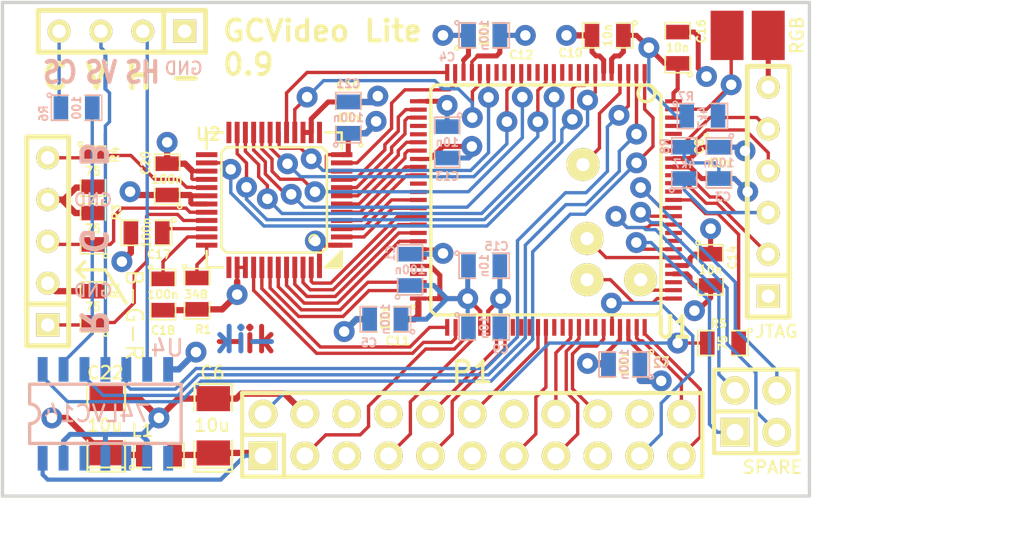
<source format=kicad_pcb>
(kicad_pcb (version 4) (host pcbnew "(2014-07-09 BZR 4988)-product")
  (layers (0 F.Cu signal) (1 Inner2.Cu signal) (2 Inner1.Cu signal) (31 B.Cu signal) (34 B.Paste user) (35 F.Paste user) (36 B.SilkS user) (37 F.SilkS user) (38 B.Mask user) (39 F.Mask user) (44 Edge.Cuts user))
  (net 0 "")
  (net 1 GND)
  (net 2 "Net-(C17-Pad1)")
  (net 3 +3.3VDAC)
  (net 4 "Net-(C18-Pad1)")
  (net 5 /CLK54)
  (net 6 /CSEL)
  (net 7 "Net-(P1-Pad5)")
  (net 8 "Net-(P1-Pad6)")
  (net 9 /VDATA0)
  (net 10 /VDATA1)
  (net 11 /VDATA2)
  (net 12 /VDATA3)
  (net 13 /VDATA4)
  (net 14 /VDATA5)
  (net 15 /VDATA6)
  (net 16 /VDATA7)
  (net 17 /LRCK)
  (net 18 /ADATA)
  (net 19 /BCLK)
  (net 20 /HSYNC)
  (net 21 /VSYNC)
  (net 22 /CSYNC)
  (net 23 /TMS)
  (net 24 /TCK)
  (net 25 /TDI)
  (net 26 /TDO)
  (net 27 "Net-(R1-Pad1)")
  (net 28 "Net-(R5-Pad1)")
  (net 29 /DACSYNCn)
  (net 30 /DACCLOCK)
  (net 31 /EXTHSYNCn)
  (net 32 /EXTVSYNCn)
  (net 33 /EXTCSYNCn)
  (net 34 "Net-(U1-Pad98)")
  (net 35 /G0)
  (net 36 /G1)
  (net 37 /G2)
  (net 38 /G3)
  (net 39 /G4)
  (net 40 /G5)
  (net 41 /G6)
  (net 42 /G7)
  (net 43 /B4)
  (net 44 /B5)
  (net 45 /B6)
  (net 46 /B7)
  (net 47 /R0)
  (net 48 /R1)
  (net 49 /R2)
  (net 50 /R3)
  (net 51 /R4)
  (net 52 /R5)
  (net 53 /R6)
  (net 54 /R7)
  (net 55 /B0)
  (net 56 /B1)
  (net 57 /B2)
  (net 58 /B3)
  (net 59 "Net-(U2-Pad13)")
  (net 60 "Net-(U2-Pad25)")
  (net 61 "Net-(U2-Pad37)")
  (net 62 "Net-(U2-Pad24)")
  (net 63 "Net-(JP1-Pad1)")
  (net 64 /Rout)
  (net 65 /Gout)
  (net 66 /BOut)
  (net 67 "Net-(U4-Pad8)")
  (net 68 "Net-(U4-Pad10)")
  (net 69 "Net-(U4-Pad12)")
  (net 70 +3.3V)
  (net 71 /SPARE1)
  (net 72 /SPARE2)
  (net 73 /SPARE3)
  (net 74 /SPARE4)
  (net 75 "Net-(P3-Pad4)")
  (net 76 /SPARE5)
  (net 77 /SPARE6)
  (net 78 /SPARE7)
  (net 79 /SPARE8)
  (module SMD_Packages:TQFP_100 (layer F.Cu) (at 192 122.5)
    (fp_text reference U1 (at 7.75 7.75) (layer F.SilkS) (effects (font (size 1.27 1.016) (thickness 0.254))))
    (fp_text value MachXO2-256-TQ100 hide)
    (pad 100 smd rect (at 7.747 -5.9944) (size 1.016 0.254) (layers F.Cu F.Paste F.Mask) (net 70 +3.3V))
    (pad 76 smd rect (at 7.747 5.9944) (size 1.016 0.254) (layers F.Cu F.Paste F.Mask) (net 77 /SPARE6))
    (pad 77 smd rect (at 7.747 5.4864) (size 1.016 0.254) (layers F.Cu F.Paste F.Mask) (net 78 /SPARE7))
    (pad 78 smd rect (at 7.747 5.0038) (size 1.016 0.254) (layers F.Cu F.Paste F.Mask))
    (pad 79 smd rect (at 7.747 4.4958) (size 1.016 0.254) (layers F.Cu F.Paste F.Mask) (net 1 GND))
    (pad 80 smd rect (at 7.747 3.9878) (size 1.016 0.254) (layers F.Cu F.Paste F.Mask) (net 70 +3.3V))
    (pad 81 smd rect (at 7.747 3.5052) (size 1.016 0.254) (layers F.Cu F.Paste F.Mask) (net 79 /SPARE8))
    (pad 82 smd rect (at 7.747 2.9972) (size 1.016 0.254) (layers F.Cu F.Paste F.Mask) (net 71 /SPARE1))
    (pad 83 smd rect (at 7.747 2.4892) (size 1.016 0.254) (layers F.Cu F.Paste F.Mask))
    (pad 84 smd rect (at 7.747 2.0066) (size 1.016 0.254) (layers F.Cu F.Paste F.Mask))
    (pad 85 smd rect (at 7.747 1.4986) (size 1.016 0.254) (layers F.Cu F.Paste F.Mask) (net 72 /SPARE2))
    (pad 86 smd rect (at 7.747 0.9906) (size 1.016 0.254) (layers F.Cu F.Paste F.Mask) (net 73 /SPARE3))
    (pad 87 smd rect (at 7.747 0.4826) (size 1.016 0.254) (layers F.Cu F.Paste F.Mask) (net 74 /SPARE4))
    (pad 88 smd rect (at 7.747 0) (size 1.016 0.254) (layers F.Cu F.Paste F.Mask) (net 28 "Net-(R5-Pad1)"))
    (pad 89 smd rect (at 7.747 -0.508) (size 1.016 0.254) (layers F.Cu F.Paste F.Mask))
    (pad 90 smd rect (at 7.747 -1.016) (size 1.016 0.254) (layers F.Cu F.Paste F.Mask) (net 23 /TMS))
    (pad 91 smd rect (at 7.747 -1.4986) (size 1.016 0.254) (layers F.Cu F.Paste F.Mask) (net 24 /TCK))
    (pad 92 smd rect (at 7.747 -2.0066) (size 1.016 0.254) (layers F.Cu F.Paste F.Mask) (net 1 GND))
    (pad 93 smd rect (at 7.747 -2.5146) (size 1.016 0.254) (layers F.Cu F.Paste F.Mask) (net 70 +3.3V))
    (pad 94 smd rect (at 7.747 -2.9972) (size 1.016 0.254) (layers F.Cu F.Paste F.Mask) (net 25 /TDI))
    (pad 95 smd rect (at 7.747 -3.5052) (size 1.016 0.254) (layers F.Cu F.Paste F.Mask) (net 26 /TDO))
    (pad 96 smd rect (at 7.747 -4.0132) (size 1.016 0.254) (layers F.Cu F.Paste F.Mask))
    (pad 97 smd rect (at 7.747 -4.4958) (size 1.016 0.254) (layers F.Cu F.Paste F.Mask))
    (pad 98 smd rect (at 7.747 -5.0038) (size 1.016 0.254) (layers F.Cu F.Paste F.Mask) (net 34 "Net-(U1-Pad98)"))
    (pad 99 smd rect (at 7.747 -5.5118) (size 1.016 0.254) (layers F.Cu F.Paste F.Mask) (net 63 "Net-(JP1-Pad1)"))
    (pad 75 smd rect (at 5.9944 7.747) (size 0.254 1.016) (layers F.Cu F.Paste F.Mask) (net 18 /ADATA))
    (pad 51 smd rect (at -5.9944 7.747) (size 0.254 1.016) (layers F.Cu F.Paste F.Mask) (net 48 /R1))
    (pad 52 smd rect (at -5.4864 7.747) (size 0.254 1.016) (layers F.Cu F.Paste F.Mask) (net 47 /R0))
    (pad 53 smd rect (at -5.0038 7.747) (size 0.254 1.016) (layers F.Cu F.Paste F.Mask) (net 6 /CSEL))
    (pad 54 smd rect (at -4.4958 7.747) (size 0.254 1.016) (layers F.Cu F.Paste F.Mask) (net 9 /VDATA0))
    (pad 55 smd rect (at -3.9878 7.747) (size 0.254 1.016) (layers F.Cu F.Paste F.Mask) (net 70 +3.3V))
    (pad 56 smd rect (at -3.5052 7.747) (size 0.254 1.016) (layers F.Cu F.Paste F.Mask) (net 1 GND))
    (pad 57 smd rect (at -2.9972 7.747) (size 0.254 1.016) (layers F.Cu F.Paste F.Mask) (net 11 /VDATA2))
    (pad 58 smd rect (at -2.4892 7.747) (size 0.254 1.016) (layers F.Cu F.Paste F.Mask) (net 10 /VDATA1))
    (pad 59 smd rect (at -2.0066 7.747) (size 0.254 1.016) (layers F.Cu F.Paste F.Mask))
    (pad 60 smd rect (at -1.4986 7.747) (size 0.254 1.016) (layers F.Cu F.Paste F.Mask))
    (pad 61 smd rect (at -0.9906 7.747) (size 0.254 1.016) (layers F.Cu F.Paste F.Mask))
    (pad 62 smd rect (at -0.4826 7.747) (size 0.254 1.016) (layers F.Cu F.Paste F.Mask) (net 12 /VDATA3))
    (pad 63 smd rect (at 0 7.747) (size 0.254 1.016) (layers F.Cu F.Paste F.Mask) (net 13 /VDATA4))
    (pad 64 smd rect (at 0.508 7.747) (size 0.254 1.016) (layers F.Cu F.Paste F.Mask))
    (pad 65 smd rect (at 1.016 7.747) (size 0.254 1.016) (layers F.Cu F.Paste F.Mask))
    (pad 66 smd rect (at 1.4986 7.747) (size 0.254 1.016) (layers F.Cu F.Paste F.Mask) (net 15 /VDATA6))
    (pad 67 smd rect (at 2.0066 7.747) (size 0.254 1.016) (layers F.Cu F.Paste F.Mask) (net 14 /VDATA5))
    (pad 68 smd rect (at 2.5146 7.747) (size 0.254 1.016) (layers F.Cu F.Paste F.Mask))
    (pad 69 smd rect (at 2.9972 7.747) (size 0.254 1.016) (layers F.Cu F.Paste F.Mask))
    (pad 70 smd rect (at 3.5052 7.747) (size 0.254 1.016) (layers F.Cu F.Paste F.Mask) (net 16 /VDATA7))
    (pad 71 smd rect (at 4.0132 7.747) (size 0.254 1.016) (layers F.Cu F.Paste F.Mask) (net 17 /LRCK))
    (pad 72 smd rect (at 4.4958 7.747) (size 0.254 1.016) (layers F.Cu F.Paste F.Mask) (net 1 GND))
    (pad 73 smd rect (at 5.0038 7.747) (size 0.254 1.016) (layers F.Cu F.Paste F.Mask) (net 70 +3.3V))
    (pad 74 smd rect (at 5.5118 7.747) (size 0.254 1.016) (layers F.Cu F.Paste F.Mask) (net 19 /BCLK))
    (pad 1 smd rect (at 5.9944 -7.747) (size 0.254 1.016) (layers F.Cu F.Paste F.Mask) (net 33 /EXTCSYNCn))
    (pad 2 smd rect (at 5.4864 -7.747) (size 0.254 1.016) (layers F.Cu F.Paste F.Mask) (net 32 /EXTVSYNCn))
    (pad 3 smd rect (at 5.0038 -7.747) (size 0.254 1.016) (layers F.Cu F.Paste F.Mask) (net 31 /EXTHSYNCn))
    (pad 4 smd rect (at 4.4958 -7.747) (size 0.254 1.016) (layers F.Cu F.Paste F.Mask) (net 76 /SPARE5))
    (pad 5 smd rect (at 3.9878 -7.747) (size 0.254 1.016) (layers F.Cu F.Paste F.Mask) (net 70 +3.3V))
    (pad 6 smd rect (at 3.5052 -7.747) (size 0.254 1.016) (layers F.Cu F.Paste F.Mask) (net 1 GND))
    (pad 7 smd rect (at 2.9972 -7.747) (size 0.254 1.016) (layers F.Cu F.Paste F.Mask) (net 30 /DACCLOCK))
    (pad 8 smd rect (at 2.4892 -7.747) (size 0.254 1.016) (layers F.Cu F.Paste F.Mask) (net 46 /B7))
    (pad 9 smd rect (at 2.0066 -7.747) (size 0.254 1.016) (layers F.Cu F.Paste F.Mask))
    (pad 10 smd rect (at 1.4986 -7.747) (size 0.254 1.016) (layers F.Cu F.Paste F.Mask))
    (pad 11 smd rect (at 0.9906 -7.747) (size 0.254 1.016) (layers F.Cu F.Paste F.Mask))
    (pad 12 smd rect (at 0.4826 -7.747) (size 0.254 1.016) (layers F.Cu F.Paste F.Mask) (net 45 /B6))
    (pad 13 smd rect (at 0 -7.747) (size 0.254 1.016) (layers F.Cu F.Paste F.Mask) (net 44 /B5))
    (pad 14 smd rect (at -0.508 -7.747) (size 0.254 1.016) (layers F.Cu F.Paste F.Mask))
    (pad 15 smd rect (at -1.016 -7.747) (size 0.254 1.016) (layers F.Cu F.Paste F.Mask))
    (pad 16 smd rect (at -1.4986 -7.747) (size 0.254 1.016) (layers F.Cu F.Paste F.Mask) (net 43 /B4))
    (pad 17 smd rect (at -2.0066 -7.747) (size 0.254 1.016) (layers F.Cu F.Paste F.Mask) (net 58 /B3))
    (pad 18 smd rect (at -2.5146 -7.747) (size 0.254 1.016) (layers F.Cu F.Paste F.Mask))
    (pad 19 smd rect (at -2.9972 -7.747) (size 0.254 1.016) (layers F.Cu F.Paste F.Mask))
    (pad 20 smd rect (at -3.5052 -7.747) (size 0.254 1.016) (layers F.Cu F.Paste F.Mask) (net 57 /B2))
    (pad 21 smd rect (at -4.0132 -7.747) (size 0.254 1.016) (layers F.Cu F.Paste F.Mask) (net 55 /B0))
    (pad 22 smd rect (at -4.4958 -7.747) (size 0.254 1.016) (layers F.Cu F.Paste F.Mask) (net 1 GND))
    (pad 23 smd rect (at -5.0038 -7.747) (size 0.254 1.016) (layers F.Cu F.Paste F.Mask) (net 70 +3.3V))
    (pad 24 smd rect (at -5.5118 -7.747) (size 0.254 1.016) (layers F.Cu F.Paste F.Mask) (net 29 /DACSYNCn))
    (pad 25 smd rect (at -5.9944 -7.747) (size 0.254 1.016) (layers F.Cu F.Paste F.Mask) (net 56 /B1))
    (pad 26 smd rect (at -7.747 -5.9944) (size 1.016 0.254) (layers F.Cu F.Paste F.Mask) (net 70 +3.3V))
    (pad 27 smd rect (at -7.747 -5.4864) (size 1.016 0.254) (layers F.Cu F.Paste F.Mask) (net 42 /G7))
    (pad 28 smd rect (at -7.747 -5.0038) (size 1.016 0.254) (layers F.Cu F.Paste F.Mask) (net 41 /G6))
    (pad 29 smd rect (at -7.747 -4.4958) (size 1.016 0.254) (layers F.Cu F.Paste F.Mask))
    (pad 30 smd rect (at -7.747 -3.9878) (size 1.016 0.254) (layers F.Cu F.Paste F.Mask))
    (pad 31 smd rect (at -7.747 -3.5052) (size 1.016 0.254) (layers F.Cu F.Paste F.Mask) (net 40 /G5))
    (pad 32 smd rect (at -7.747 -2.9972) (size 1.016 0.254) (layers F.Cu F.Paste F.Mask) (net 39 /G4))
    (pad 33 smd rect (at -7.747 -2.4892) (size 1.016 0.254) (layers F.Cu F.Paste F.Mask) (net 1 GND))
    (pad 34 smd rect (at -7.747 -2.0066) (size 1.016 0.254) (layers F.Cu F.Paste F.Mask) (net 38 /G3))
    (pad 35 smd rect (at -7.747 -1.4986) (size 1.016 0.254) (layers F.Cu F.Paste F.Mask) (net 37 /G2))
    (pad 36 smd rect (at -7.747 -0.9906) (size 1.016 0.254) (layers F.Cu F.Paste F.Mask))
    (pad 37 smd rect (at -7.747 -0.4826) (size 1.016 0.254) (layers F.Cu F.Paste F.Mask))
    (pad 38 smd rect (at -7.747 0) (size 1.016 0.254) (layers F.Cu F.Paste F.Mask) (net 36 /G1))
    (pad 39 smd rect (at -7.747 0.508) (size 1.016 0.254) (layers F.Cu F.Paste F.Mask) (net 35 /G0))
    (pad 40 smd rect (at -7.747 1.016) (size 1.016 0.254) (layers F.Cu F.Paste F.Mask) (net 54 /R7))
    (pad 41 smd rect (at -7.747 1.4986) (size 1.016 0.254) (layers F.Cu F.Paste F.Mask) (net 53 /R6))
    (pad 42 smd rect (at -7.747 2.0066) (size 1.016 0.254) (layers F.Cu F.Paste F.Mask) (net 52 /R5))
    (pad 43 smd rect (at -7.747 2.5146) (size 1.016 0.254) (layers F.Cu F.Paste F.Mask) (net 51 /R4))
    (pad 44 smd rect (at -7.747 2.9972) (size 1.016 0.254) (layers F.Cu F.Paste F.Mask) (net 1 GND))
    (pad 45 smd rect (at -7.747 3.5052) (size 1.016 0.254) (layers F.Cu F.Paste F.Mask))
    (pad 46 smd rect (at -7.747 4.0132) (size 1.016 0.254) (layers F.Cu F.Paste F.Mask) (net 70 +3.3V))
    (pad 47 smd rect (at -7.747 4.4958) (size 1.016 0.254) (layers F.Cu F.Paste F.Mask))
    (pad 48 smd rect (at -7.747 5.0038) (size 1.016 0.254) (layers F.Cu F.Paste F.Mask) (net 50 /R3))
    (pad 49 smd rect (at -7.747 5.5118) (size 1.016 0.254) (layers F.Cu F.Paste F.Mask) (net 49 /R2))
    (pad 50 smd rect (at -7.747 5.9944) (size 1.016 0.254) (layers F.Cu F.Paste F.Mask) (net 70 +3.3V))
  )
  (module SMD_Packages:SM0805 (layer B.Cu) (at 188.25 130.25)
    (fp_text reference C9 (at 1 1.3175) (layer B.SilkS) (effects (font (size 0.50038 0.50038) (thickness 0.10922)) (justify mirror)))
    (fp_text value 10n (at 0 0 90) (layer B.SilkS) (effects (font (size 0.50038 0.50038) (thickness 0.10922)) (justify mirror)))
    (pad 1 smd rect (at -0.9525 0) (size 0.889 1.397) (layers B.Cu B.Paste B.Mask) (net 70 +3.3V))
    (pad 2 smd rect (at 0.9525 0) (size 0.889 1.397) (layers B.Cu B.Paste B.Mask) (net 1 GND))
  )
  (module SMD_Packages:SM0805 (layer B.Cu) (at 183.75 126.75 90)
    (fp_text reference C1 (at 1 -1.1825 90) (layer B.SilkS) (effects (font (size 0.50038 0.50038) (thickness 0.10922)) (justify mirror)))
    (fp_text value 100n (at 0 0 180) (layer B.SilkS) (effects (font (size 0.50038 0.50038) (thickness 0.10922)) (justify mirror)))
    (pad 1 smd rect (at -0.9525 0 90) (size 0.889 1.397) (layers B.Cu B.Paste B.Mask) (net 70 +3.3V))
    (pad 2 smd rect (at 0.9525 0 90) (size 0.889 1.397) (layers B.Cu B.Paste B.Mask) (net 1 GND))
  )
  (module SMD_Packages:SM0805 (layer B.Cu) (at 196.75 132.5 180)
    (fp_text reference C2 (at -2.25 0.0675 180) (layer B.SilkS) (effects (font (size 0.50038 0.50038) (thickness 0.10922)) (justify mirror)))
    (fp_text value 100n (at 0 0 270) (layer B.SilkS) (effects (font (size 0.50038 0.50038) (thickness 0.10922)) (justify mirror)))
    (pad 1 smd rect (at -0.9525 0 180) (size 0.889 1.397) (layers B.Cu B.Paste B.Mask) (net 70 +3.3V))
    (pad 2 smd rect (at 0.9525 0 180) (size 0.889 1.397) (layers B.Cu B.Paste B.Mask) (net 1 GND))
  )
  (module SMD_Packages:SM0805 (layer B.Cu) (at 202.5 120.25 270)
    (fp_text reference C3 (at 2.0675 -0.25 360) (layer B.SilkS) (effects (font (size 0.50038 0.50038) (thickness 0.10922)) (justify mirror)))
    (fp_text value 100n (at 0 0 360) (layer B.SilkS) (effects (font (size 0.50038 0.50038) (thickness 0.10922)) (justify mirror)))
    (pad 1 smd rect (at -0.9525 0 270) (size 0.889 1.397) (layers B.Cu B.Paste B.Mask) (net 70 +3.3V))
    (pad 2 smd rect (at 0.9525 0 270) (size 0.889 1.397) (layers B.Cu B.Paste B.Mask) (net 1 GND))
  )
  (module SMD_Packages:SM0805 (layer B.Cu) (at 188.25 112.5)
    (fp_text reference C4 (at -2.25 1.3175) (layer B.SilkS) (effects (font (size 0.50038 0.50038) (thickness 0.10922)) (justify mirror)))
    (fp_text value 100n (at 0 0 90) (layer B.SilkS) (effects (font (size 0.50038 0.50038) (thickness 0.10922)) (justify mirror)))
    (pad 1 smd rect (at -0.9525 0) (size 0.889 1.397) (layers B.Cu B.Paste B.Mask) (net 70 +3.3V))
    (pad 2 smd rect (at 0.9525 0) (size 0.889 1.397) (layers B.Cu B.Paste B.Mask) (net 1 GND))
  )
  (module SMD_Packages:SM0805 (layer B.Cu) (at 182.25 129.75 180)
    (fp_text reference C5 (at 1 -1.4325 180) (layer B.SilkS) (effects (font (size 0.50038 0.50038) (thickness 0.10922)) (justify mirror)))
    (fp_text value 100n (at 0 0 270) (layer B.SilkS) (effects (font (size 0.50038 0.50038) (thickness 0.10922)) (justify mirror)))
    (pad 1 smd rect (at -0.9525 0 180) (size 0.889 1.397) (layers B.Cu B.Paste B.Mask) (net 70 +3.3V))
    (pad 2 smd rect (at 0.9525 0 180) (size 0.889 1.397) (layers B.Cu B.Paste B.Mask) (net 1 GND))
  )
  (module SMD_Packages:SM0805 (layer F.Cu) (at 196.75 132.5 180)
    (fp_text reference C7 (at -2.25 0.1825 180) (layer F.SilkS) (effects (font (size 0.50038 0.50038) (thickness 0.10922))))
    (fp_text value 10n (at 0 0 270) (layer F.SilkS) (effects (font (size 0.50038 0.50038) (thickness 0.10922))))
    (pad 1 smd rect (at -0.9525 0 180) (size 0.889 1.397) (layers F.Cu F.Paste F.Mask) (net 70 +3.3V))
    (pad 2 smd rect (at 0.9525 0 180) (size 0.889 1.397) (layers F.Cu F.Paste F.Mask) (net 1 GND))
  )
  (module SMD_Packages:SM0805 (layer F.Cu) (at 202.5 120.25 270)
    (fp_text reference C8 (at -1 1.1825 270) (layer F.SilkS) (effects (font (size 0.50038 0.50038) (thickness 0.10922))))
    (fp_text value 10n (at 0 0 360) (layer F.SilkS) (effects (font (size 0.50038 0.50038) (thickness 0.10922))))
    (pad 1 smd rect (at -0.9525 0 270) (size 0.889 1.397) (layers F.Cu F.Paste F.Mask) (net 70 +3.3V))
    (pad 2 smd rect (at 0.9525 0 270) (size 0.889 1.397) (layers F.Cu F.Paste F.Mask) (net 1 GND))
  )
  (module SMD_Packages:SM0805 (layer F.Cu) (at 195.75 112.5 180)
    (fp_text reference C10 (at 2.25 -1.0675 180) (layer F.SilkS) (effects (font (size 0.50038 0.50038) (thickness 0.10922))))
    (fp_text value 10n (at 0 0 270) (layer F.SilkS) (effects (font (size 0.50038 0.50038) (thickness 0.10922))))
    (pad 1 smd rect (at -0.9525 0 180) (size 0.889 1.397) (layers F.Cu F.Paste F.Mask) (net 70 +3.3V))
    (pad 2 smd rect (at 0.9525 0 180) (size 0.889 1.397) (layers F.Cu F.Paste F.Mask) (net 1 GND))
  )
  (module SMD_Packages:SM0805 (layer F.Cu) (at 182.25 129.75 180)
    (fp_text reference C11 (at -0.75 -1.3175 180) (layer F.SilkS) (effects (font (size 0.50038 0.50038) (thickness 0.10922))))
    (fp_text value 10n (at 0 0 270) (layer F.SilkS) (effects (font (size 0.50038 0.50038) (thickness 0.10922))))
    (pad 1 smd rect (at -0.9525 0 180) (size 0.889 1.397) (layers F.Cu F.Paste F.Mask) (net 70 +3.3V))
    (pad 2 smd rect (at 0.9525 0 180) (size 0.889 1.397) (layers F.Cu F.Paste F.Mask) (net 1 GND))
  )
  (module SMD_Packages:SM0805 (layer F.Cu) (at 188.25 112.5)
    (fp_text reference C12 (at 2.25 1.1825) (layer F.SilkS) (effects (font (size 0.50038 0.50038) (thickness 0.10922))))
    (fp_text value 10n (at 0 0 90) (layer F.SilkS) (effects (font (size 0.50038 0.50038) (thickness 0.10922))))
    (pad 1 smd rect (at -0.9525 0) (size 0.889 1.397) (layers F.Cu F.Paste F.Mask) (net 70 +3.3V))
    (pad 2 smd rect (at 0.9525 0) (size 0.889 1.397) (layers F.Cu F.Paste F.Mask) (net 1 GND))
  )
  (module SMD_Packages:SM0805 (layer B.Cu) (at 186 119 270)
    (fp_text reference C13 (at 2.0675 0 360) (layer B.SilkS) (effects (font (size 0.50038 0.50038) (thickness 0.10922)) (justify mirror)))
    (fp_text value 10n (at 0 0 360) (layer B.SilkS) (effects (font (size 0.50038 0.50038) (thickness 0.10922)) (justify mirror)))
    (pad 1 smd rect (at -0.9525 0 270) (size 0.889 1.397) (layers B.Cu B.Paste B.Mask) (net 70 +3.3V))
    (pad 2 smd rect (at 0.9525 0 270) (size 0.889 1.397) (layers B.Cu B.Paste B.Mask) (net 1 GND))
  )
  (module SMD_Packages:SM0805 (layer F.Cu) (at 202 126.75 270)
    (fp_text reference C14 (at -0.75 -1.3175 270) (layer F.SilkS) (effects (font (size 0.50038 0.50038) (thickness 0.10922))))
    (fp_text value 10n (at 0 0 360) (layer F.SilkS) (effects (font (size 0.50038 0.50038) (thickness 0.10922))))
    (pad 1 smd rect (at -0.9525 0 270) (size 0.889 1.397) (layers F.Cu F.Paste F.Mask) (net 70 +3.3V))
    (pad 2 smd rect (at 0.9525 0 270) (size 0.889 1.397) (layers F.Cu F.Paste F.Mask) (net 1 GND))
  )
  (module SMD_Packages:SM0805 (layer B.Cu) (at 188.25 126.5)
    (fp_text reference C15 (at 0.75 -1.1825) (layer B.SilkS) (effects (font (size 0.50038 0.50038) (thickness 0.10922)) (justify mirror)))
    (fp_text value 10n (at 0 0 90) (layer B.SilkS) (effects (font (size 0.50038 0.50038) (thickness 0.10922)) (justify mirror)))
    (pad 1 smd rect (at -0.9525 0) (size 0.889 1.397) (layers B.Cu B.Paste B.Mask) (net 70 +3.3V))
    (pad 2 smd rect (at 0.9525 0) (size 0.889 1.397) (layers B.Cu B.Paste B.Mask) (net 1 GND))
  )
  (module SMD_Packages:SM0805 (layer F.Cu) (at 200 113.25 90)
    (fp_text reference C16 (at 1 1.4325 90) (layer F.SilkS) (effects (font (size 0.50038 0.50038) (thickness 0.10922))))
    (fp_text value 10n (at 0 0 180) (layer F.SilkS) (effects (font (size 0.50038 0.50038) (thickness 0.10922))))
    (pad 1 smd rect (at -0.9525 0 90) (size 0.889 1.397) (layers F.Cu F.Paste F.Mask) (net 70 +3.3V))
    (pad 2 smd rect (at 0.9525 0 90) (size 0.889 1.397) (layers F.Cu F.Paste F.Mask) (net 1 GND))
  )
  (module SMD_Packages:SM0805 (layer F.Cu) (at 167.75 124.5 180)
    (fp_text reference C17 (at -0.75 -1.3175 180) (layer F.SilkS) (effects (font (size 0.50038 0.50038) (thickness 0.10922))))
    (fp_text value 100n (at 0 0 270) (layer F.SilkS) (effects (font (size 0.50038 0.50038) (thickness 0.10922))))
    (pad 1 smd rect (at -0.9525 0 180) (size 0.889 1.397) (layers F.Cu F.Paste F.Mask) (net 2 "Net-(C17-Pad1)"))
    (pad 2 smd rect (at 0.9525 0 180) (size 0.889 1.397) (layers F.Cu F.Paste F.Mask) (net 3 +3.3VDAC))
  )
  (module SMD_Packages:SM0805 (layer F.Cu) (at 168.75 128.25 270)
    (fp_text reference C18 (at 2.1825 0 360) (layer F.SilkS) (effects (font (size 0.50038 0.50038) (thickness 0.10922))))
    (fp_text value 100n (at 0 0 360) (layer F.SilkS) (effects (font (size 0.50038 0.50038) (thickness 0.10922))))
    (pad 1 smd rect (at -0.9525 0 270) (size 0.889 1.397) (layers F.Cu F.Paste F.Mask) (net 4 "Net-(C18-Pad1)"))
    (pad 2 smd rect (at 0.9525 0 270) (size 0.889 1.397) (layers F.Cu F.Paste F.Mask) (net 1 GND))
  )
  (module SMD_Packages:SM0805 (layer F.Cu) (at 180 117.5 90)
    (fp_text reference C19 (at 1.9325 0 180) (layer F.SilkS) (effects (font (size 0.50038 0.50038) (thickness 0.10922))))
    (fp_text value 10n (at 0 0 180) (layer F.SilkS) (effects (font (size 0.50038 0.50038) (thickness 0.10922))))
    (pad 1 smd rect (at -0.9525 0 90) (size 0.889 1.397) (layers F.Cu F.Paste F.Mask) (net 3 +3.3VDAC))
    (pad 2 smd rect (at 0.9525 0 90) (size 0.889 1.397) (layers F.Cu F.Paste F.Mask) (net 1 GND))
  )
  (module SMD_Packages:SM0805 (layer F.Cu) (at 169 121.25 90)
    (fp_text reference C20 (at 1 -1.3175 90) (layer F.SilkS) (effects (font (size 0.50038 0.50038) (thickness 0.10922))))
    (fp_text value 100n (at 0 0 180) (layer F.SilkS) (effects (font (size 0.50038 0.50038) (thickness 0.10922))))
    (pad 1 smd rect (at -0.9525 0 90) (size 0.889 1.397) (layers F.Cu F.Paste F.Mask) (net 3 +3.3VDAC))
    (pad 2 smd rect (at 0.9525 0 90) (size 0.889 1.397) (layers F.Cu F.Paste F.Mask) (net 1 GND))
  )
  (module SMD_Packages:SM0805 (layer B.Cu) (at 180 117.5 90)
    (fp_text reference C21 (at 2.0675 0 180) (layer B.SilkS) (effects (font (size 0.50038 0.50038) (thickness 0.10922)) (justify mirror)))
    (fp_text value 100n (at 0 0 180) (layer B.SilkS) (effects (font (size 0.50038 0.50038) (thickness 0.10922)) (justify mirror)))
    (pad 1 smd rect (at -0.9525 0 90) (size 0.889 1.397) (layers B.Cu B.Paste B.Mask) (net 3 +3.3VDAC))
    (pad 2 smd rect (at 0.9525 0 90) (size 0.889 1.397) (layers B.Cu B.Paste B.Mask) (net 1 GND))
  )
  (module SMD_Packages:SM0805 (layer F.Cu) (at 168.5 138)
    (fp_text reference L1 (at -1 -1.5) (layer F.SilkS) (effects (font (size 0.762 0.762) (thickness 0.127))))
    (fp_text value INDUCTOR hide)
    (pad 1 smd rect (at -0.9525 0) (size 0.889 1.397) (layers F.Cu F.Paste F.Mask) (net 3 +3.3VDAC))
    (pad 2 smd rect (at 0.9525 0) (size 0.889 1.397) (layers F.Cu F.Paste F.Mask) (net 70 +3.3V))
  )
  (module Connect:SIL-5 (layer F.Cu) (at 161.75 123.75 90)
    (fp_text reference P2 hide)
    (fp_text value CONN_5 hide)
    (pad 1 thru_hole rect (at -6.35 0 90) (size 1.397 1.397) (drill 0.8128) (layers *.Cu *.Mask F.SilkS) (net 64 /Rout))
    (pad 2 thru_hole circle (at -3.81 0 90) (size 1.397 1.397) (drill 0.8128) (layers *.Cu *.Mask F.SilkS) (net 1 GND))
    (pad 3 thru_hole circle (at -1.27 0 90) (size 1.397 1.397) (drill 0.8128) (layers *.Cu *.Mask F.SilkS) (net 65 /Gout))
    (pad 4 thru_hole circle (at 1.27 0 90) (size 1.397 1.397) (drill 0.8128) (layers *.Cu *.Mask F.SilkS) (net 1 GND))
    (pad 5 thru_hole circle (at 3.81 0 90) (size 1.397 1.397) (drill 0.8128) (layers *.Cu *.Mask F.SilkS) (net 66 /BOut))
  )
  (module Connect:SIL-4 (layer F.Cu) (at 166.25 112.25 180)
    (fp_text reference P3 hide)
    (fp_text value CONN_4 hide)
    (pad 1 thru_hole rect (at -3.81 0 180) (size 1.397 1.397) (drill 0.8128) (layers *.Cu *.Mask F.SilkS) (net 1 GND))
    (pad 2 thru_hole circle (at -1.27 0 180) (size 1.397 1.397) (drill 0.8128) (layers *.Cu *.Mask F.SilkS) (net 20 /HSYNC))
    (pad 3 thru_hole circle (at 1.27 0 180) (size 1.397 1.397) (drill 0.8128) (layers *.Cu *.Mask F.SilkS) (net 21 /VSYNC))
    (pad 4 thru_hole circle (at 3.81 0 180) (size 1.397 1.397) (drill 0.8128) (layers *.Cu *.Mask F.SilkS) (net 75 "Net-(P3-Pad4)"))
  )
  (module Connect:SIL-6 (layer F.Cu) (at 205.5 122 90)
    (fp_text reference P4 hide)
    (fp_text value CONN_6 hide)
    (pad 1 thru_hole rect (at -6.35 0 90) (size 1.397 1.397) (drill 0.8128) (layers *.Cu *.Mask F.SilkS) (net 70 +3.3V))
    (pad 2 thru_hole circle (at -3.81 0 90) (size 1.397 1.397) (drill 0.8128) (layers *.Cu *.Mask F.SilkS) (net 23 /TMS))
    (pad 3 thru_hole circle (at -1.27 0 90) (size 1.397 1.397) (drill 0.8128) (layers *.Cu *.Mask F.SilkS) (net 24 /TCK))
    (pad 4 thru_hole circle (at 1.27 0 90) (size 1.397 1.397) (drill 0.8128) (layers *.Cu *.Mask F.SilkS) (net 25 /TDI))
    (pad 5 thru_hole circle (at 3.81 0 90) (size 1.397 1.397) (drill 0.8128) (layers *.Cu *.Mask F.SilkS) (net 26 /TDO))
    (pad 6 thru_hole circle (at 6.35 0 90) (size 1.397 1.397) (drill 0.8128) (layers *.Cu *.Mask F.SilkS) (net 1 GND))
  )
  (module SMD_Packages:SM0805 (layer F.Cu) (at 170.81 128.198 270)
    (fp_text reference R1 (at 2.1745 -0.388 360) (layer F.SilkS) (effects (font (size 0.50038 0.50038) (thickness 0.10922))))
    (fp_text value 348 (at 0.052 0.06 360) (layer F.SilkS) (effects (font (size 0.50038 0.50038) (thickness 0.10922))))
    (pad 1 smd rect (at -0.9525 0 270) (size 0.889 1.397) (layers F.Cu F.Paste F.Mask) (net 27 "Net-(R1-Pad1)"))
    (pad 2 smd rect (at 0.9525 0 270) (size 0.889 1.397) (layers F.Cu F.Paste F.Mask) (net 1 GND))
  )
  (module SMD_Packages:SM0805 (layer F.Cu) (at 164.5 129 90)
    (fp_text reference R2 (at 1 1.3175 270) (layer F.SilkS) (effects (font (size 0.50038 0.50038) (thickness 0.10922))))
    (fp_text value 75 (at 0 0 180) (layer F.SilkS) (effects (font (size 0.50038 0.50038) (thickness 0.10922))))
    (pad 1 smd rect (at -0.9525 0 90) (size 0.889 1.397) (layers F.Cu F.Paste F.Mask) (net 64 /Rout))
    (pad 2 smd rect (at 0.9525 0 90) (size 0.889 1.397) (layers F.Cu F.Paste F.Mask) (net 1 GND))
  )
  (module SMD_Packages:SM0805 (layer F.Cu) (at 164.5 124.25 90)
    (fp_text reference R3 (at 1 1.4325 90) (layer F.SilkS) (effects (font (size 0.50038 0.50038) (thickness 0.10922))))
    (fp_text value 75 (at 0 0 180) (layer F.SilkS) (effects (font (size 0.50038 0.50038) (thickness 0.10922))))
    (pad 1 smd rect (at -0.9525 0 90) (size 0.889 1.397) (layers F.Cu F.Paste F.Mask) (net 65 /Gout))
    (pad 2 smd rect (at 0.9525 0 90) (size 0.889 1.397) (layers F.Cu F.Paste F.Mask) (net 1 GND))
  )
  (module SMD_Packages:SM0805 (layer F.Cu) (at 164.5 120.75 270)
    (fp_text reference R4 (at -1 -1.3175 270) (layer F.SilkS) (effects (font (size 0.50038 0.50038) (thickness 0.10922))))
    (fp_text value 75 (at 0 0 360) (layer F.SilkS) (effects (font (size 0.50038 0.50038) (thickness 0.10922))))
    (pad 1 smd rect (at -0.9525 0 270) (size 0.889 1.397) (layers F.Cu F.Paste F.Mask) (net 66 /BOut))
    (pad 2 smd rect (at 0.9525 0 270) (size 0.889 1.397) (layers F.Cu F.Paste F.Mask) (net 1 GND))
  )
  (module SMD_Packages:SM0805 (layer F.Cu) (at 202.75 131.2 180)
    (fp_text reference R5 (at 0.25 1.1825 180) (layer F.SilkS) (effects (font (size 0.50038 0.50038) (thickness 0.10922))))
    (fp_text value 75 (at 0 0 270) (layer F.SilkS) (effects (font (size 0.50038 0.50038) (thickness 0.10922))))
    (pad 1 smd rect (at -0.9525 0 180) (size 0.889 1.397) (layers F.Cu F.Paste F.Mask) (net 28 "Net-(R5-Pad1)"))
    (pad 2 smd rect (at 0.9525 0 180) (size 0.889 1.397) (layers F.Cu F.Paste F.Mask) (net 5 /CLK54))
  )
  (module Housings_QFP:lqfp-48 (layer F.Cu) (at 175.5 122.5 90)
    (fp_text reference U2 (at 4 -4 180) (layer F.SilkS) (effects (font (size 0.7493 0.7493) (thickness 0.14986))))
    (fp_text value CDK3404 hide)
    (pad 4 smd rect (at -1.24968 4.09956 90) (size 0.29972 1.30048) (layers F.Cu F.Paste F.Mask) (net 37 /G2))
    (pad 5 smd rect (at -0.7493 4.09956 90) (size 0.29972 1.30048) (layers F.Cu F.Paste F.Mask) (net 38 /G3))
    (pad 6 smd rect (at -0.24892 4.09956 90) (size 0.29972 1.30048) (layers F.Cu F.Paste F.Mask) (net 39 /G4))
    (pad 7 smd rect (at 0.24892 4.09956 90) (size 0.29972 1.30048) (layers F.Cu F.Paste F.Mask) (net 40 /G5))
    (pad 8 smd rect (at 0.7493 4.09956 90) (size 0.29972 1.30048) (layers F.Cu F.Paste F.Mask) (net 41 /G6))
    (pad 1 smd rect (at -2.75082 4.09956 90) (size 0.29972 1.30048) (layers F.Cu F.Paste F.Mask) (net 1 GND))
    (pad 2 smd rect (at -2.25044 4.09956 90) (size 0.29972 1.30048) (layers F.Cu F.Paste F.Mask) (net 35 /G0))
    (pad 3 smd rect (at -1.75006 4.09956 90) (size 0.29972 1.30048) (layers F.Cu F.Paste F.Mask) (net 36 /G1))
    (pad 13 smd rect (at 4.09956 2.75082 90) (size 1.30048 0.29972) (layers F.Cu F.Paste F.Mask) (net 59 "Net-(U2-Pad13)"))
    (pad 14 smd rect (at 4.09956 2.25044 90) (size 1.30048 0.29972) (layers F.Cu F.Paste F.Mask) (net 1 GND))
    (pad 15 smd rect (at 4.09956 1.75006 90) (size 1.30048 0.29972) (layers F.Cu F.Paste F.Mask) (net 1 GND))
    (pad 16 smd rect (at 4.09956 1.24968 90) (size 1.30048 0.29972) (layers F.Cu F.Paste F.Mask) (net 55 /B0))
    (pad 17 smd rect (at 4.09956 0.7493 90) (size 1.30048 0.29972) (layers F.Cu F.Paste F.Mask) (net 56 /B1))
    (pad 18 smd rect (at 4.09956 0.24892 90) (size 1.30048 0.29972) (layers F.Cu F.Paste F.Mask) (net 57 /B2))
    (pad 19 smd rect (at 4.09956 -0.24892 90) (size 1.30048 0.29972) (layers F.Cu F.Paste F.Mask) (net 58 /B3))
    (pad 20 smd rect (at 4.09956 -0.7493 90) (size 1.30048 0.29972) (layers F.Cu F.Paste F.Mask) (net 43 /B4))
    (pad 25 smd rect (at 2.75082 -4.09956 90) (size 0.29972 1.30048) (layers F.Cu F.Paste F.Mask) (net 60 "Net-(U2-Pad25)"))
    (pad 26 smd rect (at 2.25044 -4.09956 90) (size 0.29972 1.30048) (layers F.Cu F.Paste F.Mask) (net 30 /DACCLOCK))
    (pad 27 smd rect (at 1.75006 -4.09956 90) (size 0.29972 1.30048) (layers F.Cu F.Paste F.Mask) (net 1 GND))
    (pad 28 smd rect (at 1.24968 -4.09956 90) (size 0.29972 1.30048) (layers F.Cu F.Paste F.Mask) (net 1 GND))
    (pad 29 smd rect (at 0.7493 -4.09956 90) (size 0.29972 1.30048) (layers F.Cu F.Paste F.Mask) (net 66 /BOut))
    (pad 30 smd rect (at 0.24892 -4.09956 90) (size 0.29972 1.30048) (layers F.Cu F.Paste F.Mask) (net 3 +3.3VDAC))
    (pad 31 smd rect (at -0.24892 -4.09956 90) (size 0.29972 1.30048) (layers F.Cu F.Paste F.Mask) (net 3 +3.3VDAC))
    (pad 32 smd rect (at -0.7493 -4.09956 90) (size 0.29972 1.30048) (layers F.Cu F.Paste F.Mask) (net 65 /Gout))
    (pad 37 smd rect (at -4.09956 -2.75082 90) (size 1.30048 0.29972) (layers F.Cu F.Paste F.Mask) (net 61 "Net-(U2-Pad37)"))
    (pad 38 smd rect (at -4.09956 -2.25044 90) (size 1.30048 0.29972) (layers F.Cu F.Paste F.Mask) (net 1 GND))
    (pad 39 smd rect (at -4.09956 -1.75006 90) (size 1.30048 0.29972) (layers F.Cu F.Paste F.Mask) (net 1 GND))
    (pad 40 smd rect (at -4.09956 -1.24968 90) (size 1.30048 0.29972) (layers F.Cu F.Paste F.Mask) (net 47 /R0))
    (pad 41 smd rect (at -4.09956 -0.7493 90) (size 1.30048 0.29972) (layers F.Cu F.Paste F.Mask) (net 48 /R1))
    (pad 42 smd rect (at -4.09956 -0.24892 90) (size 1.30048 0.29972) (layers F.Cu F.Paste F.Mask) (net 49 /R2))
    (pad 43 smd rect (at -4.09956 0.24892 90) (size 1.30048 0.29972) (layers F.Cu F.Paste F.Mask) (net 50 /R3))
    (pad 44 smd rect (at -4.09956 0.7493 90) (size 1.30048 0.29972) (layers F.Cu F.Paste F.Mask) (net 51 /R4))
    (pad 9 smd rect (at 1.24968 4.09956 90) (size 0.29972 1.30048) (layers F.Cu F.Paste F.Mask) (net 42 /G7))
    (pad 10 smd rect (at 1.75006 4.09956 90) (size 0.29972 1.30048) (layers F.Cu F.Paste F.Mask) (net 3 +3.3VDAC))
    (pad 11 smd rect (at 2.25044 4.09956 90) (size 0.29972 1.30048) (layers F.Cu F.Paste F.Mask) (net 29 /DACSYNCn))
    (pad 12 smd rect (at 2.75082 4.09956 90) (size 0.29972 1.30048) (layers F.Cu F.Paste F.Mask) (net 3 +3.3VDAC))
    (pad 21 smd rect (at 4.09956 -1.24968 90) (size 1.30048 0.29972) (layers F.Cu F.Paste F.Mask) (net 44 /B5))
    (pad 22 smd rect (at 4.09956 -1.75006 90) (size 1.30048 0.29972) (layers F.Cu F.Paste F.Mask) (net 45 /B6))
    (pad 23 smd rect (at 4.09956 -2.25044 90) (size 1.30048 0.29972) (layers F.Cu F.Paste F.Mask) (net 46 /B7))
    (pad 24 smd rect (at 4.09956 -2.75082 90) (size 1.30048 0.29972) (layers F.Cu F.Paste F.Mask) (net 62 "Net-(U2-Pad24)"))
    (pad 33 smd rect (at -1.24968 -4.09956 90) (size 0.29972 1.30048) (layers F.Cu F.Paste F.Mask) (net 64 /Rout))
    (pad 34 smd rect (at -1.75006 -4.09956 90) (size 0.29972 1.30048) (layers F.Cu F.Paste F.Mask) (net 2 "Net-(C17-Pad1)"))
    (pad 35 smd rect (at -2.25044 -4.09956 90) (size 0.29972 1.30048) (layers F.Cu F.Paste F.Mask) (net 4 "Net-(C18-Pad1)"))
    (pad 36 smd rect (at -2.75082 -4.09956 90) (size 0.29972 1.30048) (layers F.Cu F.Paste F.Mask) (net 27 "Net-(R1-Pad1)"))
    (pad 45 smd rect (at -4.09956 1.24968 90) (size 1.30048 0.29972) (layers F.Cu F.Paste F.Mask) (net 52 /R5))
    (pad 46 smd rect (at -4.09956 1.75006 90) (size 1.30048 0.29972) (layers F.Cu F.Paste F.Mask) (net 53 /R6))
    (pad 47 smd rect (at -4.09956 2.25044 90) (size 1.30048 0.29972) (layers F.Cu F.Paste F.Mask) (net 54 /R7))
    (pad 48 smd rect (at -4.09956 2.75082 90) (size 1.30048 0.29972) (layers F.Cu F.Paste F.Mask) (net 1 GND))
  )
  (module Housings_SOIC:SOIC-14_Narrow (layer B.Cu) (at 165.25 135.5)
    (fp_text reference U4 (at 3.75 -4) (layer B.SilkS) (effects (justify mirror)))
    (fp_text value 74LVC14 (at -0.5 -0.016) (layer B.SilkS) (effects (justify mirror)))
    (pad 1 smd rect (at -3.81 -2.7) (size 0.6 1.5) (layers B.Cu B.Paste B.Mask) (net 33 /EXTCSYNCn))
    (pad 2 smd rect (at -2.54 -2.7) (size 0.6 1.5) (layers B.Cu B.Paste B.Mask) (net 22 /CSYNC))
    (pad 3 smd rect (at -1.27 -2.7) (size 0.6 1.5) (layers B.Cu B.Paste B.Mask) (net 32 /EXTVSYNCn))
    (pad 4 smd rect (at 0 -2.7) (size 0.6 1.5) (layers B.Cu B.Paste B.Mask) (net 21 /VSYNC))
    (pad 5 smd rect (at 1.27 -2.7) (size 0.6 1.5) (layers B.Cu B.Paste B.Mask) (net 31 /EXTHSYNCn))
    (pad 6 smd rect (at 2.54 -2.7) (size 0.6 1.5) (layers B.Cu B.Paste B.Mask) (net 20 /HSYNC))
    (pad 7 smd rect (at 3.81 -2.7) (size 0.6 1.5) (layers B.Cu B.Paste B.Mask) (net 1 GND))
    (pad 8 smd rect (at 3.81 2.7) (size 0.6 1.5) (layers B.Cu B.Paste B.Mask) (net 67 "Net-(U4-Pad8)"))
    (pad 9 smd rect (at 2.54 2.7) (size 0.6 1.5) (layers B.Cu B.Paste B.Mask) (net 1 GND))
    (pad 10 smd rect (at 1.27 2.7) (size 0.6 1.5) (layers B.Cu B.Paste B.Mask) (net 68 "Net-(U4-Pad10)"))
    (pad 11 smd rect (at 0 2.7) (size 0.6 1.5) (layers B.Cu B.Paste B.Mask) (net 1 GND))
    (pad 12 smd rect (at -1.27 2.7) (size 0.6 1.5) (layers B.Cu B.Paste B.Mask) (net 69 "Net-(U4-Pad12)"))
    (pad 13 smd rect (at -2.54 2.7) (size 0.6 1.5) (layers B.Cu B.Paste B.Mask) (net 1 GND))
    (pad 14 smd rect (at -3.81 2.7) (size 0.6 1.5) (layers B.Cu B.Paste B.Mask) (net 70 +3.3V))
  )
  (module SOLDER_JUMPER:SOLDER_JUMPER (layer F.Cu) (at 204.25 112.5 90)
    (fp_text reference JP1 hide)
    (fp_text value RGB/COMP hide)
    (pad 1 smd rect (at 0 -1.25 90) (size 3 2) (layers F.Cu F.Paste F.Mask) (net 63 "Net-(JP1-Pad1)"))
    (pad 2 smd rect (at 0 1.25 90) (size 3 2) (layers F.Cu F.Paste F.Mask) (net 1 GND))
  )
  (module SMD_Packages:SM1206POL (layer F.Cu) (at 171.803 136.229 90)
    (fp_text reference C6 (at 3.229 -0.053 180) (layer F.SilkS) (effects (font (size 0.762 0.762) (thickness 0.127))))
    (fp_text value 10u (at 0.032 -0.074 180) (layer F.SilkS) (effects (font (size 0.762 0.762) (thickness 0.127))))
    (pad 1 smd rect (at -1.651 0 90) (size 1.524 2.032) (layers F.Cu F.Paste F.Mask) (net 70 +3.3V))
    (pad 2 smd rect (at 1.651 0 90) (size 1.524 2.032) (layers F.Cu F.Paste F.Mask) (net 1 GND))
  )
  (module SMD_Packages:SM1206POL (layer F.Cu) (at 165.301 136.221 90)
    (fp_text reference C22 (at 3.221 -0.051 180) (layer F.SilkS) (effects (font (size 0.762 0.762) (thickness 0.127))))
    (fp_text value 10u (at 0.022 -0.08 180) (layer F.SilkS) (effects (font (size 0.762 0.762) (thickness 0.127))))
    (pad 1 smd rect (at -1.651 0 90) (size 1.524 2.032) (layers F.Cu F.Paste F.Mask) (net 3 +3.3VDAC))
    (pad 2 smd rect (at 1.651 0 90) (size 1.524 2.032) (layers F.Cu F.Paste F.Mask) (net 1 GND))
  )
  (module Pin_Headers:Pin_Header_Straight_2x02 (layer F.Cu) (at 204.75 135.350001)
    (fp_text reference P5 hide)
    (fp_text value CONN_2X2 hide)
    (pad 1 thru_hole rect (at -1.27 1.27) (size 1.7272 1.7272) (drill 1.016) (layers *.Cu *.Mask F.SilkS) (net 71 /SPARE1))
    (pad 2 thru_hole oval (at -1.27 -1.27) (size 1.7272 1.7272) (drill 1.016) (layers *.Cu *.Mask F.SilkS) (net 72 /SPARE2))
    (pad 3 thru_hole oval (at 1.27 1.27) (size 1.7272 1.7272) (drill 1.016) (layers *.Cu *.Mask F.SilkS) (net 73 /SPARE3))
    (pad 4 thru_hole oval (at 1.27 -1.27) (size 1.7272 1.7272) (drill 1.016) (layers *.Cu *.Mask F.SilkS) (net 74 /SPARE4))
  )
  (module Wire_Pads:SolderWirePad_single_0-8mmDrill (layer F.Cu) (at 194.25 120.350001)
    (fp_text reference P6 hide)
    (fp_text value CONN_1 hide)
    (pad 1 thru_hole circle (at 0 0) (size 1.99898 1.99898) (drill 0.8001) (layers *.Cu *.Mask F.SilkS) (net 76 /SPARE5))
  )
  (module Wire_Pads:SolderWirePad_single_0-8mmDrill (layer F.Cu) (at 194.5 127.350001)
    (fp_text reference P7 hide)
    (fp_text value CONN_1 hide)
    (pad 1 thru_hole circle (at 0 0) (size 1.99898 1.99898) (drill 0.8001) (layers *.Cu *.Mask F.SilkS) (net 77 /SPARE6))
  )
  (module Wire_Pads:SolderWirePad_single_0-8mmDrill (layer F.Cu) (at 197.75 127.350001)
    (fp_text reference P8 hide)
    (fp_text value CONN_1 hide)
    (pad 1 thru_hole circle (at 0 0) (size 1.99898 1.99898) (drill 0.8001) (layers *.Cu *.Mask F.SilkS) (net 78 /SPARE7))
  )
  (module Wire_Pads:SolderWirePad_single_0-8mmDrill (layer F.Cu) (at 194.5 124.850001)
    (fp_text reference P9 hide)
    (fp_text value CONN_1 hide)
    (pad 1 thru_hole circle (at 0 0) (size 1.99898 1.99898) (drill 0.8001) (layers *.Cu *.Mask F.SilkS) (net 79 /SPARE8))
  )
  (module SMD_Packages:SM0805 (layer B.Cu) (at 163.5 116.899999)
    (fp_text reference R6 (at -2 0.350001 90) (layer B.SilkS) (effects (font (size 0.50038 0.50038) (thickness 0.10922)) (justify mirror)))
    (fp_text value 100 (at 0 0.000001 90) (layer B.SilkS) (effects (font (size 0.50038 0.50038) (thickness 0.10922)) (justify mirror)))
    (pad 1 smd rect (at -0.9525 0) (size 0.889 1.397) (layers B.Cu B.Paste B.Mask) (net 75 "Net-(P3-Pad4)"))
    (pad 2 smd rect (at 0.9525 0) (size 0.889 1.397) (layers B.Cu B.Paste B.Mask) (net 22 /CSYNC))
  )
  (module SMD_Packages:SM0805 (layer B.Cu) (at 201.5 117.399999)
    (fp_text reference R7 (at -1 -1.1825) (layer B.SilkS) (effects (font (size 0.50038 0.50038) (thickness 0.10922)) (justify mirror)))
    (fp_text value 4k7 (at 0.018999 0.100001 90) (layer B.SilkS) (effects (font (size 0.50038 0.50038) (thickness 0.10922)) (justify mirror)))
    (pad 1 smd rect (at -0.9525 0) (size 0.889 1.397) (layers B.Cu B.Paste B.Mask) (net 70 +3.3V))
    (pad 2 smd rect (at 0.9525 0) (size 0.889 1.397) (layers B.Cu B.Paste B.Mask) (net 63 "Net-(JP1-Pad1)"))
  )
  (module SMD_Packages:SM0805 (layer B.Cu) (at 200.399999 120.25 90)
    (fp_text reference R8 (at 1.016 -1.1811 90) (layer B.SilkS) (effects (font (size 0.50038 0.50038) (thickness 0.10922)) (justify mirror)))
    (fp_text value 4k7 (at -0.050401 0.012401 180) (layer B.SilkS) (effects (font (size 0.50038 0.50038) (thickness 0.10922)) (justify mirror)))
    (pad 1 smd rect (at -0.9525 0 90) (size 0.889 1.397) (layers B.Cu B.Paste B.Mask) (net 24 /TCK))
    (pad 2 smd rect (at 0.9525 0 90) (size 0.889 1.397) (layers B.Cu B.Paste B.Mask) (net 1 GND))
  )
  (module Pin_Headers:Pin_Header_Straight_2x11 (layer F.Cu) (at 187.525 136.779)
    (fp_text reference P1 (at 0 -3.81) (layer F.SilkS) (effects (font (size 1.27 1.27) (thickness 0.2032))))
    (fp_text value CONN_11X2 hide)
    (pad 1 thru_hole rect (at -12.7 1.27) (size 1.7272 1.7272) (drill 1.016) (layers *.Cu *.Mask F.SilkS) (net 70 +3.3V))
    (pad 2 thru_hole oval (at -12.7 -1.27) (size 1.7272 1.7272) (drill 1.016) (layers *.Cu *.Mask F.SilkS) (net 5 /CLK54))
    (pad 3 thru_hole oval (at -10.16 1.27) (size 1.7272 1.7272) (drill 1.016) (layers *.Cu *.Mask F.SilkS) (net 6 /CSEL))
    (pad 4 thru_hole oval (at -10.16 -1.27) (size 1.7272 1.7272) (drill 1.016) (layers *.Cu *.Mask F.SilkS) (net 1 GND))
    (pad 5 thru_hole oval (at -7.62 1.27) (size 1.7272 1.7272) (drill 1.016) (layers *.Cu *.Mask F.SilkS) (net 7 "Net-(P1-Pad5)"))
    (pad 6 thru_hole oval (at -7.62 -1.27) (size 1.7272 1.7272) (drill 1.016) (layers *.Cu *.Mask F.SilkS) (net 8 "Net-(P1-Pad6)"))
    (pad 7 thru_hole oval (at -5.08 1.27) (size 1.7272 1.7272) (drill 1.016) (layers *.Cu *.Mask F.SilkS) (net 9 /VDATA0))
    (pad 8 thru_hole oval (at -5.08 -1.27) (size 1.7272 1.7272) (drill 1.016) (layers *.Cu *.Mask F.SilkS) (net 1 GND))
    (pad 9 thru_hole oval (at -2.54 1.27) (size 1.7272 1.7272) (drill 1.016) (layers *.Cu *.Mask F.SilkS) (net 10 /VDATA1))
    (pad 10 thru_hole oval (at -2.54 -1.27) (size 1.7272 1.7272) (drill 1.016) (layers *.Cu *.Mask F.SilkS) (net 11 /VDATA2))
    (pad 11 thru_hole oval (at 0 1.27) (size 1.7272 1.7272) (drill 1.016) (layers *.Cu *.Mask F.SilkS) (net 1 GND))
    (pad 12 thru_hole oval (at 0 -1.27) (size 1.7272 1.7272) (drill 1.016) (layers *.Cu *.Mask F.SilkS) (net 12 /VDATA3))
    (pad 13 thru_hole oval (at 2.54 1.27) (size 1.7272 1.7272) (drill 1.016) (layers *.Cu *.Mask F.SilkS) (net 13 /VDATA4))
    (pad 14 thru_hole oval (at 2.54 -1.27) (size 1.7272 1.7272) (drill 1.016) (layers *.Cu *.Mask F.SilkS) (net 1 GND))
    (pad 15 thru_hole oval (at 5.08 1.27) (size 1.7272 1.7272) (drill 1.016) (layers *.Cu *.Mask F.SilkS) (net 14 /VDATA5))
    (pad 16 thru_hole oval (at 5.08 -1.27) (size 1.7272 1.7272) (drill 1.016) (layers *.Cu *.Mask F.SilkS) (net 15 /VDATA6))
    (pad 17 thru_hole oval (at 7.62 1.27) (size 1.7272 1.7272) (drill 1.016) (layers *.Cu *.Mask F.SilkS) (net 70 +3.3V))
    (pad 18 thru_hole oval (at 7.62 -1.27) (size 1.7272 1.7272) (drill 1.016) (layers *.Cu *.Mask F.SilkS) (net 16 /VDATA7))
    (pad 19 thru_hole oval (at 10.16 1.27) (size 1.7272 1.7272) (drill 1.016) (layers *.Cu *.Mask F.SilkS) (net 17 /LRCK))
    (pad 20 thru_hole oval (at 10.16 -1.27) (size 1.7272 1.7272) (drill 1.016) (layers *.Cu *.Mask F.SilkS) (net 1 GND))
    (pad 21 thru_hole oval (at 12.7 1.27) (size 1.7272 1.7272) (drill 1.016) (layers *.Cu *.Mask F.SilkS) (net 18 /ADATA))
    (pad 22 thru_hole oval (at 12.7 -1.27) (size 1.7272 1.7272) (drill 1.016) (layers *.Cu *.Mask F.SilkS) (net 19 /BCLK))
  )
  (gr_line (start 159 140.5) (end 159 110.5) (layer Edge.Cuts) (width 0.2))
  (gr_line (start 208 110.5) (end 159 110.5) (layer Edge.Cuts) (width 0.2))
  (gr_text SPARE (at 205.75 138.75) (layer F.SilkS) (effects (font (size 0.762 0.762) (thickness 0.127))))
  (gr_text JTAG (at 206 130.5) (layer F.SilkS) (effects (font (size 0.762 0.762) (thickness 0.127))))
  (gr_text "GCVideo Lite\n0.9" (at 172.25 113.25) (layer F.SilkS) (effects (font (size 1.27 1.27) (thickness 0.254)) (justify left)))
  (gr_text GND (at 164.5 128) (layer B.SilkS) (effects (font (size 0.762 0.762) (thickness 0.127)) (justify mirror)))
  (gr_text GND (at 170 114.5) (layer B.SilkS) (effects (font (size 0.762 0.762) (thickness 0.127)) (justify mirror)))
  (gr_text GND (at 164.5 122.5) (layer B.SilkS) (effects (font (size 0.762 0.762) (thickness 0.127)) (justify mirror)))
  (gr_text VS (at 165 114.75) (layer B.SilkS) (effects (font (size 1.27 1.016) (thickness 0.254)) (justify mirror)))
  (gr_text HS (at 167.5 114.75) (layer B.SilkS) (effects (font (size 1.27 1.016) (thickness 0.254)) (justify mirror)))
  (gr_text CS (at 162.5 114.75) (layer B.SilkS) (effects (font (size 1.27 1.016) (thickness 0.254)) (justify mirror)))
  (gr_text B (at 164.5 119.75 270) (layer B.SilkS) (effects (font (size 1.5 1.5) (thickness 0.3)) (justify mirror)))
  (gr_text G (at 164.5 125 270) (layer B.SilkS) (effects (font (size 1.5 1.5) (thickness 0.3)) (justify mirror)))
  (gr_text R (at 164.5 130 270) (layer B.SilkS) (effects (font (size 1.5 1.5) (thickness 0.3)) (justify mirror)))
  (gr_text -ik (at 173.8 131) (layer B.Cu) (effects (font (size 1.5 1.5) (thickness 0.3)) (justify mirror)))
  (gr_text RGB (at 207.25 112.5 90) (layer F.SilkS) (effects (font (size 0.762 0.762) (thickness 0.127))))
  (gr_line (start 163.5 126.75) (end 164 127.25) (layer F.SilkS) (width 0.2))
  (gr_line (start 163.5 126.75) (end 164 126.25) (layer F.SilkS) (width 0.2))
  (gr_line (start 165.25 126.75) (end 166.5 128.75) (layer F.SilkS) (width 0.2))
  (gr_line (start 163.5 126.75) (end 165.25 126.75) (layer F.SilkS) (width 0.2))
  (gr_text B-G-R (at 167 129.5 270) (layer F.SilkS) (effects (font (size 1.016 1.016) (thickness 0.127))))
  (gr_text "C V H -" (at 166.25 115) (layer F.SilkS) (effects (font (size 1.5 1.5) (thickness 0.3))))
  (gr_text -ik (at 173.7 131) (layer F.Cu) (effects (font (size 1.5 1.5) (thickness 0.3))))
  (gr_line (start 208 140.5) (end 208 139) (layer Edge.Cuts) (width 0.2))
  (gr_line (start 159 140.5) (end 208 140.5) (layer Edge.Cuts) (width 0.2))
  (gr_line (start 208 110.5) (end 208 139) (layer Edge.Cuts) (width 0.2))
  (segment (start 189 113.75) (end 189.2025 113.5475) (width 0.3048) (layer F.Cu) (net 1))
  (segment (start 189.2025 113.5475) (end 189.2025 112.5) (width 0.3048) (layer F.Cu) (net 1))
  (segment (start 187.860671 113.75) (end 189 113.75) (width 0.3048) (layer F.Cu) (net 1))
  (segment (start 187.5042 114.106471) (end 187.860671 113.75) (width 0.2032) (layer F.Cu) (net 1))
  (segment (start 187.5042 114.753) (end 187.5042 114.106471) (width 0.2032) (layer F.Cu) (net 1))
  (segment (start 189.2025 112.5) (end 190.75 112.5) (width 0.3048) (layer B.Cu) (net 1))
  (segment (start 189.2025 112.5) (end 190.75 112.5) (width 0.3048) (layer F.Cu) (net 1))
  (via (at 190.75 112.5) (size 1.27) (drill 0.635) (layers F.Cu B.Cu) (net 1))
  (segment (start 181.433561 116.5475) (end 181.791241 116.18982) (width 0.381) (layer F.Cu) (net 1))
  (via (at 181.791241 116.18982) (size 1.27) (drill 0.635) (layers F.Cu B.Cu) (net 1))
  (segment (start 180 116.5475) (end 181.433561 116.5475) (width 0.381) (layer F.Cu) (net 1))
  (segment (start 180 116.5475) (end 181.433561 116.5475) (width 0.381) (layer B.Cu) (net 1))
  (segment (start 181.433561 116.5475) (end 181.791241 116.18982) (width 0.381) (layer B.Cu) (net 1))
  (segment (start 181.2975 129.75) (end 180.5 129.75) (width 0.381) (layer B.Cu) (net 1))
  (segment (start 180.5 129.75) (end 179.75 130.5) (width 0.381) (layer B.Cu) (net 1))
  (via (at 179.75 130.5) (size 1.27) (drill 0.635) (layers F.Cu B.Cu) (net 1))
  (segment (start 189.25 130.2025) (end 189.2025 130.25) (width 0.254) (layer B.Cu) (net 1))
  (segment (start 188.4948 130.247) (end 188.4948 130.621349) (width 0.254) (layer F.Cu) (net 1))
  (segment (start 188.4948 130.621349) (end 188.49481 130.621359) (width 0.254) (layer F.Cu) (net 1))
  (segment (start 201.220537 129.231263) (end 201.016447 129.231263) (width 0.3048) (layer F.Cu) (net 1))
  (segment (start 202 128.4518) (end 201.220537 129.231263) (width 0.3048) (layer F.Cu) (net 1))
  (segment (start 202 127.7025) (end 202 128.4518) (width 0.3048) (layer F.Cu) (net 1))
  (via (at 201.016447 129.231263) (size 1.27) (drill 0.635) (layers F.Cu B.Cu) (net 1))
  (segment (start 201.25 112.5442) (end 201.25 114.5) (width 0.3048) (layer F.Cu) (net 1))
  (segment (start 201.25 114.5) (end 201.75 115) (width 0.3048) (layer F.Cu) (net 1))
  (via (at 201.75 115) (size 1.27) (drill 0.635) (layers F.Cu B.Cu) (net 1))
  (segment (start 200 112.2975) (end 201.0033 112.2975) (width 0.3048) (layer F.Cu) (net 1))
  (segment (start 201.0033 112.2975) (end 201.25 112.5442) (width 0.3048) (layer F.Cu) (net 1))
  (segment (start 194.7975 112.5) (end 193.25 112.5) (width 0.381) (layer F.Cu) (net 1))
  (via (at 193.25 112.5) (size 1.27) (drill 0.635) (layers F.Cu B.Cu) (net 1))
  (segment (start 200.75 127.186) (end 200.75 127.4558) (width 0.3048) (layer F.Cu) (net 1))
  (segment (start 200.75 127.4558) (end 200.9967 127.7025) (width 0.3048) (layer F.Cu) (net 1))
  (segment (start 200.9967 127.7025) (end 202 127.7025) (width 0.3048) (layer F.Cu) (net 1))
  (segment (start 199.747 126.9958) (end 200.5598 126.9958) (width 0.3048) (layer F.Cu) (net 1))
  (segment (start 200.5598 126.9958) (end 200.75 127.186) (width 0.3048) (layer F.Cu) (net 1))
  (segment (start 202.5 121.2025) (end 203.4525 121.2025) (width 0.3048) (layer B.Cu) (net 1))
  (segment (start 203.4525 121.2025) (end 204.25 122) (width 0.3048) (layer B.Cu) (net 1))
  (segment (start 202.5 121.2025) (end 203.4525 121.2025) (width 0.3048) (layer F.Cu) (net 1))
  (via (at 204.25 122) (size 1.27) (drill 0.635) (layers F.Cu B.Cu) (net 1))
  (segment (start 203.4525 121.2025) (end 204.25 122) (width 0.3048) (layer F.Cu) (net 1))
  (segment (start 200.7434 120.4934) (end 201.4525 121.2025) (width 0.3048) (layer F.Cu) (net 1))
  (segment (start 201.4525 121.2025) (end 202.5 121.2025) (width 0.3048) (layer F.Cu) (net 1))
  (segment (start 199.747 120.4934) (end 200.7434 120.4934) (width 0.3048) (layer F.Cu) (net 1))
  (segment (start 205.5 112.5) (end 205.5 115.65) (width 0.3048) (layer F.Cu) (net 1))
  (segment (start 195.25 113.75) (end 195.50519 114.00519) (width 0.3048) (layer F.Cu) (net 1))
  (segment (start 195.50519 114.00519) (end 195.50519 114.753) (width 0.3048) (layer F.Cu) (net 1))
  (segment (start 195.0442 113.75) (end 195.25 113.75) (width 0.3048) (layer F.Cu) (net 1))
  (segment (start 194.7975 112.5) (end 194.7975 113.5033) (width 0.3048) (layer F.Cu) (net 1))
  (segment (start 194.7975 113.5033) (end 195.0442 113.75) (width 0.3048) (layer F.Cu) (net 1))
  (segment (start 177.75044 117.574102) (end 177.75044 118.40044) (width 0.3048) (layer F.Cu) (net 1))
  (segment (start 178.777042 116.5475) (end 177.75044 117.574102) (width 0.3048) (layer F.Cu) (net 1))
  (segment (start 180 116.5475) (end 178.777042 116.5475) (width 0.3048) (layer F.Cu) (net 1))
  (segment (start 177.25006 118.40044) (end 177.75044 118.40044) (width 0.3048) (layer F.Cu) (net 1))
  (segment (start 184.253 120.0108) (end 184.9892 120.0108) (width 0.254) (layer F.Cu) (net 1))
  (via (at 187.5 119.25) (size 1.27) (layers F.Cu B.Cu) (net 1))
  (segment (start 185.75 119.25) (end 187.5 119.25) (width 0.3048) (layer F.Cu) (net 1))
  (segment (start 184.9892 120.0108) (end 185.75 119.25) (width 0.3048) (layer F.Cu) (net 1))
  (segment (start 187.5 119.25) (end 187.5 119.75) (width 0.3048) (layer B.Cu) (net 1))
  (segment (start 187.2975 119.9525) (end 186 119.9525) (width 0.3048) (layer B.Cu) (net 1))
  (segment (start 187.5 119.75) (end 187.2975 119.9525) (width 0.3048) (layer B.Cu) (net 1))
  (segment (start 185.4972 125.4972) (end 185.75 125.75) (width 0.2032) (layer F.Cu) (net 1))
  (segment (start 184.253 125.4972) (end 185.4972 125.4972) (width 0.2032) (layer F.Cu) (net 1))
  (via (at 185.75 125.75) (size 1.27) (drill 0.635) (layers F.Cu B.Cu) (net 1))
  (segment (start 185.7025 125.7975) (end 185.75 125.75) (width 0.3048) (layer B.Cu) (net 1))
  (segment (start 183.75 125.7975) (end 185.7025 125.7975) (width 0.3048) (layer B.Cu) (net 1))
  (via (at 173.25 128.25) (size 1.27) (layers F.Cu B.Cu) (net 1))
  (segment (start 173.24956 126.59956) (end 173.74994 126.59956) (width 0.2032) (layer F.Cu) (net 1))
  (segment (start 173.24956 127.561342) (end 173.24956 127.449377) (width 0.381) (layer F.Cu) (net 1))
  (segment (start 173.25 127.561782) (end 173.24956 127.561342) (width 0.381) (layer F.Cu) (net 1))
  (segment (start 173.25 128.25) (end 173.25 127.561782) (width 0.381) (layer F.Cu) (net 1))
  (segment (start 173.24956 126.59956) (end 173.24956 127.449377) (width 0.2032) (layer F.Cu) (net 1))
  (segment (start 170.0795 120.2975) (end 170.5 120.718) (width 0.381) (layer F.Cu) (net 1))
  (segment (start 169 120.2975) (end 170.0795 120.2975) (width 0.381) (layer F.Cu) (net 1))
  (segment (start 170.53194 120.74994) (end 171.40044 120.74994) (width 0.254) (layer F.Cu) (net 1))
  (segment (start 170.5 120.718) (end 170.53194 120.74994) (width 0.254) (layer F.Cu) (net 1))
  (via (at 169 119) (size 1.27) (drill 0.635) (layers F.Cu B.Cu) (net 1))
  (segment (start 169 120.2975) (end 169 119) (width 0.381) (layer F.Cu) (net 1))
  (segment (start 170.5 121.20332) (end 170.5 120.718) (width 0.2032) (layer F.Cu) (net 1))
  (segment (start 170.547 121.25032) (end 170.5 121.20332) (width 0.2032) (layer F.Cu) (net 1))
  (segment (start 171.40044 121.25032) (end 170.547 121.25032) (width 0.2032) (layer F.Cu) (net 1))
  (segment (start 173.1505 128.1505) (end 173.25 128.25) (width 0.381) (layer F.Cu) (net 1))
  (segment (start 172.3495 129.1505) (end 173.25 128.25) (width 0.381) (layer F.Cu) (net 1))
  (segment (start 170.81 129.1505) (end 172.3495 129.1505) (width 0.381) (layer F.Cu) (net 1))
  (segment (start 170.758 129.2025) (end 170.81 129.1505) (width 0.381) (layer F.Cu) (net 1))
  (segment (start 168.75 129.2025) (end 170.758 129.2025) (width 0.381) (layer F.Cu) (net 1))
  (segment (start 162.737828 122.48) (end 163.467828 121.75) (width 0.381) (layer F.Cu) (net 1))
  (segment (start 161.75 122.48) (end 162.737828 122.48) (width 0.381) (layer F.Cu) (net 1))
  (segment (start 164.4525 121.75) (end 164.5 121.7025) (width 0.381) (layer F.Cu) (net 1))
  (segment (start 163.467828 121.75) (end 164.4525 121.75) (width 0.381) (layer F.Cu) (net 1))
  (segment (start 162.737828 122.614828) (end 162.737828 122.48) (width 0.381) (layer F.Cu) (net 1))
  (segment (start 163.4205 123.2975) (end 162.737828 122.614828) (width 0.381) (layer F.Cu) (net 1))
  (segment (start 164.5 123.2975) (end 163.4205 123.2975) (width 0.381) (layer F.Cu) (net 1))
  (segment (start 162.2375 128.0475) (end 161.75 127.56) (width 0.381) (layer F.Cu) (net 1))
  (segment (start 164.5 128.0475) (end 162.2375 128.0475) (width 0.381) (layer F.Cu) (net 1))
  (via (at 178 125) (size 1.27) (drill 0.635) (layers F.Cu B.Cu) (net 1))
  (segment (start 179.59956 125.25082) (end 178.25082 125.25082) (width 0.3048) (layer F.Cu) (net 1))
  (segment (start 178.25082 125.25082) (end 178 125) (width 0.3048) (layer F.Cu) (net 1))
  (segment (start 178.25082 126.59956) (end 178.25082 125.25082) (width 0.3048) (layer F.Cu) (net 1))
  (segment (start 180.5 129.75) (end 179.75 130.5) (width 0.381) (layer F.Cu) (net 1))
  (segment (start 181.2975 129.75) (end 180.5 129.75) (width 0.381) (layer F.Cu) (net 1))
  (via (at 194.528821 132.438374) (size 1.27) (drill 0.635) (layers F.Cu B.Cu) (net 1))
  (segment (start 194.590447 132.5) (end 194.528821 132.438374) (width 0.3048) (layer F.Cu) (net 1))
  (segment (start 200.399999 119.9452) (end 200.399999 119.2975) (width 0.2032) (layer B.Cu) (net 1))
  (segment (start 200.704799 120.25) (end 200.399999 119.9452) (width 0.2032) (layer B.Cu) (net 1))
  (segment (start 202.25 120.25) (end 200.704799 120.25) (width 0.2032) (layer B.Cu) (net 1))
  (segment (start 202.5 120.5) (end 202.25 120.25) (width 0.2032) (layer B.Cu) (net 1))
  (segment (start 202.5 121.2025) (end 202.5 120.5) (width 0.2032) (layer B.Cu) (net 1))
  (segment (start 195.735874 132.438374) (end 195.7975 132.5) (width 0.381) (layer F.Cu) (net 1))
  (segment (start 194.528821 132.438374) (end 195.735874 132.438374) (width 0.381) (layer F.Cu) (net 1))
  (segment (start 165.25 136.75) (end 165.25 138.2) (width 0.3048) (layer B.Cu) (net 1))
  (segment (start 163.1052 136.75) (end 165.25 136.75) (width 0.3048) (layer B.Cu) (net 1))
  (segment (start 162.71 137.1452) (end 163.1052 136.75) (width 0.3048) (layer B.Cu) (net 1))
  (segment (start 162.71 138.2) (end 162.71 137.1452) (width 0.3048) (layer B.Cu) (net 1))
  (segment (start 167.79 137.1452) (end 167.79 138.2) (width 0.3048) (layer B.Cu) (net 1))
  (segment (start 167.3948 136.75) (end 167.79 137.1452) (width 0.3048) (layer B.Cu) (net 1))
  (segment (start 165.25 136.75) (end 167.3948 136.75) (width 0.3048) (layer B.Cu) (net 1))
  (via (at 168.5 135.75) (size 1.27) (drill 0.635) (layers F.Cu B.Cu) (net 1))
  (segment (start 167.5 136.75) (end 167.865001 136.384999) (width 0.3048) (layer B.Cu) (net 1))
  (segment (start 167.3948 136.75) (end 167.5 136.75) (width 0.3048) (layer B.Cu) (net 1))
  (segment (start 167.865001 136.384999) (end 168.5 135.75) (width 0.3048) (layer B.Cu) (net 1))
  (segment (start 167.32 134.57) (end 168.5 135.75) (width 0.381) (layer F.Cu) (net 1))
  (segment (start 165.301 134.57) (end 167.32 134.57) (width 0.381) (layer F.Cu) (net 1))
  (segment (start 169.672 134.578) (end 171.803 134.578) (width 0.381) (layer F.Cu) (net 1))
  (segment (start 168.5 135.75) (end 169.672 134.578) (width 0.381) (layer F.Cu) (net 1))
  (segment (start 173.2 134.578) (end 171.803 134.578) (width 0.381) (layer F.Cu) (net 1))
  (segment (start 173.500901 134.277099) (end 173.2 134.578) (width 0.381) (layer F.Cu) (net 1))
  (segment (start 176.133099 134.277099) (end 173.500901 134.277099) (width 0.381) (layer F.Cu) (net 1))
  (segment (start 177.365 135.509) (end 176.133099 134.277099) (width 0.381) (layer F.Cu) (net 1))
  (via (at 170.75 131.75) (size 1.27) (drill 0.635) (layers F.Cu B.Cu) (net 1))
  (segment (start 169.7 132.8) (end 170.75 131.75) (width 0.381) (layer B.Cu) (net 1))
  (segment (start 169.06 132.8) (end 169.7 132.8) (width 0.381) (layer B.Cu) (net 1))
  (segment (start 194.590447 132.5) (end 194.528821 132.438374) (width 0.381) (layer B.Cu) (net 1))
  (segment (start 195.7975 132.5) (end 194.590447 132.5) (width 0.381) (layer B.Cu) (net 1))
  (segment (start 189.2025 128.4525) (end 189.25 128.5) (width 0.3048) (layer B.Cu) (net 1))
  (segment (start 189.25 128.5) (end 189.25 130.2025) (width 0.254) (layer B.Cu) (net 1))
  (segment (start 188.4948 130.247) (end 188.4948 129.2552) (width 0.254) (layer F.Cu) (net 1))
  (segment (start 188.4948 129.2552) (end 189.25 128.5) (width 0.254) (layer F.Cu) (net 1))
  (via (at 189.25 128.5) (size 1.27) (drill 0.635) (layers F.Cu B.Cu) (net 1))
  (segment (start 189.2025 126.5) (end 189.2025 128.4525) (width 0.3048) (layer B.Cu) (net 1))
  (segment (start 196.4958 130.247) (end 196.4958 130.9958) (width 0.254) (layer F.Cu) (net 1))
  (segment (start 196.4958 130.9958) (end 195.75 131.7416) (width 0.254) (layer F.Cu) (net 1))
  (segment (start 195.75 132.4525) (end 195.7975 132.5) (width 0.254) (layer F.Cu) (net 1))
  (segment (start 195.75 131.7416) (end 195.75 132.4525) (width 0.254) (layer F.Cu) (net 1))
  (segment (start 168.95244 124.25006) (end 168.7025 124.5) (width 0.2032) (layer F.Cu) (net 2))
  (segment (start 171.40044 124.25006) (end 168.95244 124.25006) (width 0.2032) (layer F.Cu) (net 2))
  (segment (start 179.59956 119.74918) (end 180 119.74918) (width 0.3048) (layer F.Cu) (net 3))
  (segment (start 180 119.74918) (end 180 118.4525) (width 0.3048) (layer F.Cu) (net 3))
  (segment (start 179.59956 120.74994) (end 178.74612 120.74994) (width 0.2032) (layer F.Cu) (net 3))
  (segment (start 178.74612 120.74994) (end 178.669919 120.673739) (width 0.2032) (layer F.Cu) (net 3))
  (segment (start 178.669919 120.673739) (end 178.669919 119.825381) (width 0.2032) (layer F.Cu) (net 3))
  (segment (start 178.669919 119.825381) (end 178.74612 119.74918) (width 0.2032) (layer F.Cu) (net 3))
  (segment (start 178.74612 119.74918) (end 179.59956 119.74918) (width 0.2032) (layer F.Cu) (net 3))
  (segment (start 181.68756 117.84444) (end 181.68756 117.726026) (width 0.381) (layer F.Cu) (net 3))
  (segment (start 181.0795 118.4525) (end 181.68756 117.84444) (width 0.381) (layer F.Cu) (net 3))
  (via (at 181.68756 117.726026) (size 1.27) (drill 0.635) (layers F.Cu B.Cu) (net 3))
  (segment (start 180 118.4525) (end 181.0795 118.4525) (width 0.381) (layer F.Cu) (net 3))
  (segment (start 181.68756 117.84444) (end 181.68756 117.726026) (width 0.381) (layer B.Cu) (net 3))
  (segment (start 181.0795 118.4525) (end 181.68756 117.84444) (width 0.381) (layer B.Cu) (net 3))
  (segment (start 180 118.4525) (end 181.0795 118.4525) (width 0.381) (layer B.Cu) (net 3))
  (segment (start 170.389198 122.2025) (end 170.436698 122.25) (width 0.381) (layer F.Cu) (net 3))
  (segment (start 169 122.2025) (end 170.389198 122.2025) (width 0.381) (layer F.Cu) (net 3))
  (segment (start 170.437778 122.25108) (end 171.40044 122.25108) (width 0.3048) (layer F.Cu) (net 3))
  (segment (start 170.436698 122.25) (end 170.437778 122.25108) (width 0.3048) (layer F.Cu) (net 3))
  (segment (start 171.40044 122.74892) (end 170.50108 122.74892) (width 0.3048) (layer F.Cu) (net 3))
  (segment (start 170.436698 122.684538) (end 170.436698 122.25) (width 0.3048) (layer F.Cu) (net 3))
  (segment (start 170.50108 122.74892) (end 170.436698 122.684538) (width 0.3048) (layer F.Cu) (net 3))
  (via (at 166.75 122) (size 1.27) (drill 0.635) (layers F.Cu B.Cu) (net 3))
  (segment (start 166.9525 122.2025) (end 166.75 122) (width 0.381) (layer F.Cu) (net 3))
  (segment (start 169 122.2025) (end 166.9525 122.2025) (width 0.381) (layer F.Cu) (net 3))
  (via (at 166.25 126.25) (size 1.27) (drill 0.635) (layers F.Cu B.Cu) (net 3))
  (segment (start 166.7975 125.7025) (end 166.25 126.25) (width 0.381) (layer F.Cu) (net 3))
  (segment (start 166.7975 124.5) (end 166.7975 125.7025) (width 0.381) (layer F.Cu) (net 3))
  (segment (start 165.429 138) (end 165.301 137.872) (width 0.381) (layer F.Cu) (net 3))
  (segment (start 167.5475 138) (end 165.429 138) (width 0.381) (layer F.Cu) (net 3))
  (via (at 162 135.75) (size 1.27) (drill 0.635) (layers F.Cu B.Cu) (net 3))
  (segment (start 162.925 135.75) (end 162 135.75) (width 0.381) (layer F.Cu) (net 3))
  (segment (start 165.047 137.872) (end 162.925 135.75) (width 0.381) (layer F.Cu) (net 3))
  (segment (start 165.301 137.872) (end 165.047 137.872) (width 0.381) (layer F.Cu) (net 3))
  (segment (start 171.40044 124.75044) (end 170.24956 124.75044) (width 0.2032) (layer F.Cu) (net 4))
  (segment (start 168.75 126.25) (end 168.75 127.2975) (width 0.2032) (layer F.Cu) (net 4))
  (segment (start 170.24956 124.75044) (end 168.75 126.25) (width 0.2032) (layer F.Cu) (net 4))
  (segment (start 200 131.2) (end 201.7975 131.2) (width 0.2032) (layer F.Cu) (net 5))
  (via (at 200 131.2) (size 1.27) (drill 0.635) (layers F.Cu B.Cu) (net 5))
  (segment (start 176.134 134.2) (end 174.825 135.509) (width 0.2032) (layer B.Cu) (net 5))
  (segment (start 189.2 134.2) (end 176.134 134.2) (width 0.2032) (layer B.Cu) (net 5))
  (segment (start 192.2 131.2) (end 189.2 134.2) (width 0.2032) (layer B.Cu) (net 5))
  (segment (start 200 131.2) (end 192.2 131.2) (width 0.2032) (layer B.Cu) (net 5))
  (segment (start 178.228599 137.185401) (end 177.365 138.049) (width 0.2032) (layer F.Cu) (net 6))
  (segment (start 178.635 136.779) (end 178.228599 137.185401) (width 0.2032) (layer F.Cu) (net 6))
  (segment (start 180.721 136.779) (end 178.635 136.779) (width 0.2032) (layer F.Cu) (net 6))
  (segment (start 181.229 136.271) (end 180.721 136.779) (width 0.2032) (layer F.Cu) (net 6))
  (segment (start 181.229 135.033358) (end 181.229 136.271) (width 0.2032) (layer F.Cu) (net 6))
  (segment (start 184.699538 131.56282) (end 181.229 135.033358) (width 0.2032) (layer F.Cu) (net 6))
  (segment (start 186.43718 131.56282) (end 184.699538 131.56282) (width 0.2032) (layer F.Cu) (net 6))
  (segment (start 186.9962 131.0038) (end 186.43718 131.56282) (width 0.2032) (layer F.Cu) (net 6))
  (segment (start 186.9962 130.247) (end 186.9962 131.0038) (width 0.2032) (layer F.Cu) (net 6))
  (segment (start 183.308599 137.185401) (end 182.445 138.049) (width 0.2032) (layer F.Cu) (net 9))
  (segment (start 183.769 136.725) (end 183.308599 137.185401) (width 0.2032) (layer F.Cu) (net 9))
  (segment (start 183.769 134.769829) (end 183.769 136.725) (width 0.2032) (layer F.Cu) (net 9))
  (segment (start 187.5042 131.034629) (end 183.769 134.769829) (width 0.2032) (layer F.Cu) (net 9))
  (segment (start 187.5042 130.247) (end 187.5042 131.034629) (width 0.2032) (layer F.Cu) (net 9))
  (segment (start 185.848599 137.185401) (end 184.985 138.049) (width 0.2032) (layer F.Cu) (net 10))
  (segment (start 186.309 136.725) (end 185.848599 137.185401) (width 0.2032) (layer F.Cu) (net 10))
  (segment (start 186.309 134.747) (end 186.309 136.725) (width 0.2032) (layer F.Cu) (net 10))
  (segment (start 189.5108 131.5452) (end 186.309 134.747) (width 0.2032) (layer F.Cu) (net 10))
  (segment (start 189.5108 130.247) (end 189.5108 131.5452) (width 0.2032) (layer F.Cu) (net 10))
  (segment (start 189.0028 131.4912) (end 184.985 135.509) (width 0.2032) (layer F.Cu) (net 11))
  (segment (start 189.0028 130.247) (end 189.0028 131.4912) (width 0.2032) (layer F.Cu) (net 11))
  (segment (start 191.5174 131.5166) (end 187.525 135.509) (width 0.2032) (layer F.Cu) (net 12))
  (segment (start 191.5174 130.247) (end 191.5174 131.5166) (width 0.2032) (layer F.Cu) (net 12))
  (segment (start 190.928599 137.185401) (end 190.065 138.049) (width 0.2032) (layer F.Cu) (net 13))
  (segment (start 191.389 136.725) (end 190.928599 137.185401) (width 0.2032) (layer F.Cu) (net 13))
  (segment (start 191.389 134.493) (end 191.389 136.725) (width 0.2032) (layer F.Cu) (net 13))
  (segment (start 192 133.882) (end 191.389 134.493) (width 0.2032) (layer F.Cu) (net 13))
  (segment (start 192 130.247) (end 192 133.882) (width 0.2032) (layer F.Cu) (net 13))
  (segment (start 193.929 136.725) (end 192.605 138.049) (width 0.2032) (layer F.Cu) (net 14))
  (segment (start 193.929 134.874) (end 193.929 136.725) (width 0.2032) (layer F.Cu) (net 14))
  (segment (start 193.233391 134.178391) (end 193.929 134.874) (width 0.2032) (layer F.Cu) (net 14))
  (segment (start 193.233391 131.70636) (end 193.233391 134.178391) (width 0.2032) (layer F.Cu) (net 14))
  (segment (start 194.0066 130.933152) (end 193.233391 131.70636) (width 0.2032) (layer F.Cu) (net 14))
  (segment (start 194.0066 130.247) (end 194.0066 130.933152) (width 0.2032) (layer F.Cu) (net 14))
  (segment (start 192.605 134.287686) (end 192.605 135.509) (width 0.2032) (layer F.Cu) (net 15))
  (segment (start 192.605 131.795922) (end 192.605 134.287686) (width 0.2032) (layer F.Cu) (net 15))
  (segment (start 193.4986 130.902322) (end 192.605 131.795922) (width 0.2032) (layer F.Cu) (net 15))
  (segment (start 193.4986 130.247) (end 193.4986 130.902322) (width 0.2032) (layer F.Cu) (net 15))
  (segment (start 195.5052 130.247) (end 195.5052 130.9582) (width 0.2032) (layer F.Cu) (net 16))
  (segment (start 195.5052 130.9582) (end 195.077801 131.385599) (width 0.2032) (layer F.Cu) (net 16))
  (segment (start 195.077801 131.385599) (end 194.092981 131.385599) (width 0.2032) (layer F.Cu) (net 16))
  (segment (start 194.092981 131.385599) (end 193.614401 131.864179) (width 0.2032) (layer F.Cu) (net 16))
  (segment (start 193.614401 131.864179) (end 193.614401 133.978401) (width 0.2032) (layer F.Cu) (net 16))
  (segment (start 193.614401 133.978401) (end 195.145 135.509) (width 0.2032) (layer F.Cu) (net 16))
  (segment (start 196.0132 128.810276) (end 195.976569 128.773645) (width 0.2032) (layer F.Cu) (net 17))
  (via (at 195.976569 128.773645) (size 1.27) (drill 0.635) (layers F.Cu B.Cu) (net 17))
  (segment (start 196.0132 130.247) (end 196.0132 128.810276) (width 0.2032) (layer F.Cu) (net 17))
  (segment (start 199 134.853314) (end 199 136.734) (width 0.2032) (layer B.Cu) (net 17))
  (segment (start 200.914401 130.761087) (end 200.914401 132.938913) (width 0.2032) (layer B.Cu) (net 17))
  (segment (start 195.976569 128.773645) (end 198.926959 128.773645) (width 0.2032) (layer B.Cu) (net 17))
  (segment (start 198.926959 128.773645) (end 200.914401 130.761087) (width 0.2032) (layer B.Cu) (net 17))
  (segment (start 200.914401 132.938913) (end 199 134.853314) (width 0.2032) (layer B.Cu) (net 17))
  (segment (start 199 136.734) (end 198.548599 137.185401) (width 0.2032) (layer B.Cu) (net 17))
  (segment (start 198.548599 137.185401) (end 197.685 138.049) (width 0.2032) (layer B.Cu) (net 17))
  (segment (start 197.9944 130.247) (end 197.9944 130.628) (width 0.2032) (layer F.Cu) (net 18))
  (segment (start 197.9944 130.628) (end 201.368001 134.001601) (width 0.2032) (layer F.Cu) (net 18))
  (segment (start 201.368001 134.001601) (end 201.368001 136.905999) (width 0.2032) (layer F.Cu) (net 18))
  (segment (start 201.368001 136.905999) (end 201.088599 137.185401) (width 0.2032) (layer F.Cu) (net 18))
  (segment (start 201.088599 137.185401) (end 200.225 138.049) (width 0.2032) (layer F.Cu) (net 18))
  (segment (start 197.5118 130.247) (end 197.5118 130.90113) (width 0.2032) (layer F.Cu) (net 19))
  (segment (start 197.5118 130.90113) (end 197.67047 131.0598) (width 0.2032) (layer F.Cu) (net 19))
  (segment (start 197.67047 131.0598) (end 197.8598 131.0598) (width 0.2032) (layer F.Cu) (net 19))
  (segment (start 197.8598 131.0598) (end 200.225 133.425) (width 0.2032) (layer F.Cu) (net 19))
  (segment (start 200.225 133.425) (end 200.225 134.287686) (width 0.2032) (layer F.Cu) (net 19))
  (segment (start 200.225 134.287686) (end 200.225 135.509) (width 0.2032) (layer F.Cu) (net 19))
  (segment (start 167.79 112.52) (end 167.52 112.25) (width 0.2032) (layer B.Cu) (net 20))
  (segment (start 167.79 132.8) (end 167.79 112.52) (width 0.2032) (layer B.Cu) (net 20))
  (segment (start 165.25 118.936316) (end 165.25 118.5) (width 0.2032) (layer B.Cu) (net 21))
  (segment (start 165.25 118.5) (end 165.25 129.593701) (width 0.2032) (layer B.Cu) (net 21))
  (segment (start 165.25 129.593701) (end 165.25 132.8) (width 0.2032) (layer B.Cu) (net 21))
  (segment (start 164.98 113.237828) (end 164.98 112.25) (width 0.2032) (layer B.Cu) (net 21))
  (segment (start 165.25 113.507828) (end 164.98 113.237828) (width 0.2032) (layer B.Cu) (net 21))
  (segment (start 165.25 115.75) (end 165.25 113.507828) (width 0.254) (layer B.Cu) (net 21))
  (segment (start 165.5 116) (end 165.25 115.75) (width 0.2032) (layer B.Cu) (net 21))
  (segment (start 165.5 117.75) (end 165.5 116) (width 0.2032) (layer B.Cu) (net 21))
  (segment (start 165.25 118) (end 165.5 117.75) (width 0.2032) (layer B.Cu) (net 21))
  (segment (start 165.25 118.5) (end 165.25 118) (width 0.2032) (layer B.Cu) (net 21))
  (segment (start 164.4525 130.6075) (end 164.4525 116.899999) (width 0.2032) (layer B.Cu) (net 22))
  (segment (start 162.71 132.35) (end 164.4525 130.6075) (width 0.2032) (layer B.Cu) (net 22))
  (segment (start 162.71 132.8) (end 162.71 132.35) (width 0.2032) (layer B.Cu) (net 22))
  (segment (start 199.747 121.484) (end 200.509 121.484) (width 0.2032) (layer F.Cu) (net 23))
  (segment (start 200.509 121.484) (end 201.729589 122.704589) (width 0.2032) (layer F.Cu) (net 23))
  (segment (start 201.729589 122.704589) (end 202.394589 122.704589) (width 0.2032) (layer F.Cu) (net 23))
  (segment (start 202.394589 122.704589) (end 204.801501 125.111501) (width 0.2032) (layer F.Cu) (net 23))
  (segment (start 204.801501 125.111501) (end 205.5 125.81) (width 0.2032) (layer F.Cu) (net 23))
  (segment (start 200.4582 121.0014) (end 199.747 121.0014) (width 0.2032) (layer F.Cu) (net 24))
  (segment (start 200.637071 121.0014) (end 200.4582 121.0014) (width 0.2032) (layer F.Cu) (net 24))
  (segment (start 201.95925 122.323579) (end 200.637071 121.0014) (width 0.2032) (layer F.Cu) (net 24))
  (segment (start 202.552408 122.323579) (end 201.95925 122.323579) (width 0.2032) (layer F.Cu) (net 24))
  (segment (start 203.498828 123.27) (end 202.552408 122.323579) (width 0.2032) (layer F.Cu) (net 24))
  (segment (start 205.5 123.27) (end 203.498828 123.27) (width 0.2032) (layer F.Cu) (net 24))
  (segment (start 200.399999 121.899999) (end 200.399999 121.2025) (width 0.2032) (layer B.Cu) (net 24))
  (segment (start 201.77 123.27) (end 200.399999 121.899999) (width 0.2032) (layer B.Cu) (net 24))
  (segment (start 205.5 123.27) (end 201.77 123.27) (width 0.2032) (layer B.Cu) (net 24))
  (segment (start 205.5 120.73) (end 205.5 119.637294) (width 0.2032) (layer F.Cu) (net 25))
  (segment (start 205.5 119.637294) (end 204.112706 118.25) (width 0.2032) (layer F.Cu) (net 25))
  (segment (start 204.112706 118.25) (end 201.75 118.25) (width 0.2032) (layer F.Cu) (net 25))
  (segment (start 201.75 118.25) (end 200.4972 119.5028) (width 0.2032) (layer F.Cu) (net 25))
  (segment (start 200.4972 119.5028) (end 200.4582 119.5028) (width 0.2032) (layer F.Cu) (net 25))
  (segment (start 200.4582 119.5028) (end 199.747 119.5028) (width 0.2032) (layer F.Cu) (net 25))
  (segment (start 199.747 118.9948) (end 200.4582 118.9948) (width 0.2032) (layer F.Cu) (net 26))
  (segment (start 200.4582 118.9948) (end 201.961499 117.491501) (width 0.2032) (layer F.Cu) (net 26))
  (segment (start 201.961499 117.491501) (end 204.801501 117.491501) (width 0.2032) (layer F.Cu) (net 26))
  (segment (start 204.801501 117.491501) (end 205.5 118.19) (width 0.2032) (layer F.Cu) (net 26))
  (segment (start 170.81 126.437405) (end 170.81 127.2455) (width 0.2032) (layer F.Cu) (net 27))
  (segment (start 171.40044 125.846965) (end 170.81 126.437405) (width 0.2032) (layer F.Cu) (net 27))
  (segment (start 171.40044 125.25082) (end 171.40044 125.846965) (width 0.2032) (layer F.Cu) (net 27))
  (segment (start 203.7025 131.2) (end 203.7025 124.599186) (width 0.2032) (layer F.Cu) (net 28))
  (segment (start 200.853314 122.5) (end 201.688913 123.335599) (width 0.2032) (layer F.Cu) (net 28))
  (segment (start 199.747 122.5) (end 200.853314 122.5) (width 0.2032) (layer F.Cu) (net 28))
  (segment (start 203.7025 130.5983) (end 203.7025 131.5) (width 0.2032) (layer F.Cu) (net 28))
  (segment (start 202.438913 123.335599) (end 203.7025 124.599186) (width 0.2032) (layer F.Cu) (net 28))
  (segment (start 201.688913 123.335599) (end 202.438913 123.335599) (width 0.2032) (layer F.Cu) (net 28))
  (segment (start 182.627379 118.153779) (end 182.627379 116.622621) (width 0.2032) (layer F.Cu) (net 29))
  (segment (start 179.59956 120.24956) (end 180.531598 120.24956) (width 0.2032) (layer F.Cu) (net 29))
  (segment (start 180.531598 120.24956) (end 182.627379 118.153779) (width 0.2032) (layer F.Cu) (net 29))
  (segment (start 182.627379 116.622621) (end 183.439801 115.810199) (width 0.2032) (layer F.Cu) (net 29))
  (segment (start 183.439801 115.810199) (end 186.142201 115.810199) (width 0.2032) (layer F.Cu) (net 29))
  (segment (start 186.142201 115.810199) (end 186.4882 115.4642) (width 0.2032) (layer F.Cu) (net 29))
  (segment (start 186.4882 115.4642) (end 186.4882 114.753) (width 0.2032) (layer F.Cu) (net 29))
  (segment (start 194.52822 117.336696) (end 194.52822 116.438671) (width 0.2032) (layer B.Cu) (net 30))
  (segment (start 194.9972 114.753) (end 194.9972 115.969691) (width 0.2032) (layer F.Cu) (net 30))
  (segment (start 194.9972 115.969691) (end 194.52822 116.438671) (width 0.2032) (layer F.Cu) (net 30))
  (via (at 194.52822 116.438671) (size 1.27) (drill 0.635) (layers F.Cu B.Cu) (net 30))
  (segment (start 172.863492 120.642775) (end 172.863492 122.070811) (width 0.2032) (layer B.Cu) (net 30))
  (segment (start 174.87828 124.085599) (end 188.414401 124.085599) (width 0.2032) (layer B.Cu) (net 30))
  (segment (start 172.863492 122.070811) (end 174.87828 124.085599) (width 0.2032) (layer B.Cu) (net 30))
  (segment (start 188.414401 124.085599) (end 194.52822 117.97178) (width 0.2032) (layer B.Cu) (net 30))
  (segment (start 194.52822 117.97178) (end 194.52822 117.336696) (width 0.2032) (layer B.Cu) (net 30))
  (segment (start 171.40044 120.24956) (end 172.470277 120.24956) (width 0.2032) (layer F.Cu) (net 30))
  (via (at 172.863492 120.642775) (size 1.27) (drill 0.635) (layers F.Cu B.Cu) (net 30))
  (segment (start 172.470277 120.24956) (end 172.863492 120.642775) (width 0.2032) (layer F.Cu) (net 30))
  (segment (start 197.0038 116.789384) (end 196.435757 117.357427) (width 0.2032) (layer F.Cu) (net 31))
  (segment (start 197.0038 114.753) (end 197.0038 116.789384) (width 0.2032) (layer F.Cu) (net 31))
  (via (at 196.435757 117.357427) (size 1.27) (drill 0.635) (layers F.Cu B.Cu) (net 31))
  (segment (start 166.52 133.7532) (end 166.52 132.8) (width 0.2032) (layer B.Cu) (net 31))
  (segment (start 166.7668 134) (end 166.52 133.7532) (width 0.2032) (layer B.Cu) (net 31))
  (segment (start 169.5 134) (end 166.7668 134) (width 0.2032) (layer B.Cu) (net 31))
  (segment (start 170.75 132.75) (end 169.5 134) (width 0.2032) (layer B.Cu) (net 31))
  (segment (start 188.348422 132.75) (end 170.75 132.75) (width 0.2032) (layer B.Cu) (net 31))
  (segment (start 190.272649 130.825773) (end 188.348422 132.75) (width 0.2032) (layer B.Cu) (net 31))
  (segment (start 190.272649 124.977351) (end 190.272649 130.825773) (width 0.2032) (layer B.Cu) (net 31))
  (segment (start 193.185405 122.064595) (end 190.272649 124.977351) (width 0.2032) (layer B.Cu) (net 31))
  (segment (start 194.435405 122.064595) (end 193.185405 122.064595) (width 0.2032) (layer B.Cu) (net 31))
  (segment (start 195.732496 120.767504) (end 194.435405 122.064595) (width 0.2032) (layer B.Cu) (net 31))
  (segment (start 195.732496 118.060688) (end 195.732496 120.767504) (width 0.2032) (layer B.Cu) (net 31))
  (segment (start 196.435757 117.357427) (end 195.732496 118.060688) (width 0.2032) (layer B.Cu) (net 31))
  (via (at 197.5 118.5) (size 1.27) (drill 0.635) (layers F.Cu B.Cu) (net 32))
  (segment (start 197.5 114.7666) (end 197.4864 114.753) (width 0.2032) (layer F.Cu) (net 32))
  (segment (start 197.5 118.5) (end 197.5 114.7666) (width 0.2032) (layer F.Cu) (net 32))
  (segment (start 170.907818 133.13101) (end 169.657819 134.38101) (width 0.2032) (layer B.Cu) (net 32))
  (segment (start 169.657819 134.38101) (end 165.11101 134.38101) (width 0.2032) (layer B.Cu) (net 32))
  (segment (start 165.11101 134.38101) (end 163.98 133.25) (width 0.2032) (layer B.Cu) (net 32))
  (segment (start 163.98 133.25) (end 163.98 132.8) (width 0.2032) (layer B.Cu) (net 32))
  (segment (start 188.506241 133.13101) (end 170.907818 133.13101) (width 0.2032) (layer B.Cu) (net 32))
  (segment (start 196.456066 119.543934) (end 196.456066 120.755106) (width 0.2032) (layer B.Cu) (net 32))
  (segment (start 190.75 125.25) (end 190.75 130.887251) (width 0.2032) (layer B.Cu) (net 32))
  (segment (start 190.75 130.887251) (end 188.506241 133.13101) (width 0.2032) (layer B.Cu) (net 32))
  (segment (start 197.5 118.5) (end 196.456066 119.543934) (width 0.2032) (layer B.Cu) (net 32))
  (segment (start 196.456066 120.755106) (end 194.425588 122.785584) (width 0.2032) (layer B.Cu) (net 32))
  (segment (start 194.425588 122.785584) (end 193.214416 122.785584) (width 0.2032) (layer B.Cu) (net 32))
  (segment (start 193.214416 122.785584) (end 190.75 125.25) (width 0.2032) (layer B.Cu) (net 32))
  (segment (start 197.9944 114.753) (end 197.9944 116.9944) (width 0.2032) (layer F.Cu) (net 33))
  (segment (start 197.9944 116.9944) (end 198.5 117.5) (width 0.2032) (layer F.Cu) (net 33))
  (via (at 197.5 120.25) (size 1.27) (drill 0.635) (layers F.Cu B.Cu) (net 33))
  (segment (start 198.5 119.25) (end 197.5 120.25) (width 0.2032) (layer F.Cu) (net 33))
  (segment (start 198.5 117.5) (end 198.5 119.25) (width 0.2032) (layer F.Cu) (net 33))
  (segment (start 171.065636 133.51202) (end 169.815638 134.76202) (width 0.2032) (layer B.Cu) (net 33))
  (segment (start 197.5 120.25) (end 194.378742 123.371258) (width 0.2032) (layer B.Cu) (net 33))
  (segment (start 194.378742 123.371258) (end 193.480717 123.371258) (width 0.2032) (layer B.Cu) (net 33))
  (segment (start 193.480717 123.371258) (end 191.194506 125.657469) (width 0.2032) (layer B.Cu) (net 33))
  (segment (start 191.194506 125.657469) (end 191.194506 130.981574) (width 0.2032) (layer B.Cu) (net 33))
  (segment (start 191.194506 130.981574) (end 188.66406 133.51202) (width 0.2032) (layer B.Cu) (net 33))
  (segment (start 188.66406 133.51202) (end 171.065636 133.51202) (width 0.2032) (layer B.Cu) (net 33))
  (segment (start 169.815638 134.76202) (end 162.95202 134.76202) (width 0.2032) (layer B.Cu) (net 33))
  (segment (start 162.95202 134.76202) (end 161.44 133.25) (width 0.2032) (layer B.Cu) (net 33))
  (segment (start 161.44 133.25) (end 161.44 132.8) (width 0.2032) (layer B.Cu) (net 33))
  (segment (start 183.5418 123.008) (end 184.253 123.008) (width 0.2032) (layer F.Cu) (net 35))
  (segment (start 182.693 123.008) (end 183.5418 123.008) (width 0.2032) (layer F.Cu) (net 35))
  (segment (start 180.95056 124.75044) (end 182.693 123.008) (width 0.2032) (layer F.Cu) (net 35))
  (segment (start 179.59956 124.75044) (end 180.95056 124.75044) (width 0.2032) (layer F.Cu) (net 35))
  (segment (start 183.5418 122.5) (end 184.253 122.5) (width 0.2032) (layer F.Cu) (net 36))
  (segment (start 182.62625 122.5) (end 183.5418 122.5) (width 0.2032) (layer F.Cu) (net 36))
  (segment (start 180.87619 124.25006) (end 182.62625 122.5) (width 0.2032) (layer F.Cu) (net 36))
  (segment (start 179.59956 124.25006) (end 180.87619 124.25006) (width 0.2032) (layer F.Cu) (net 36))
  (segment (start 183.5501 121.0014) (end 184.253 121.0014) (width 0.2032) (layer F.Cu) (net 37))
  (segment (start 180.80182 123.74968) (end 183.5501 121.0014) (width 0.2032) (layer F.Cu) (net 37))
  (segment (start 179.59956 123.74968) (end 180.80182 123.74968) (width 0.2032) (layer F.Cu) (net 37))
  (segment (start 183.5418 120.4934) (end 184.253 120.4934) (width 0.2032) (layer F.Cu) (net 38))
  (segment (start 183.48335 120.4934) (end 183.5418 120.4934) (width 0.2032) (layer F.Cu) (net 38))
  (segment (start 180.72745 123.2493) (end 183.48335 120.4934) (width 0.2032) (layer F.Cu) (net 38))
  (segment (start 179.59956 123.2493) (end 180.72745 123.2493) (width 0.2032) (layer F.Cu) (net 38))
  (segment (start 183.623078 119.5028) (end 184.253 119.5028) (width 0.2032) (layer F.Cu) (net 39))
  (segment (start 183.440199 119.685679) (end 183.623078 119.5028) (width 0.2032) (layer F.Cu) (net 39))
  (segment (start 183.440199 119.961801) (end 183.440199 119.685679) (width 0.2032) (layer F.Cu) (net 39))
  (segment (start 180.65308 122.74892) (end 183.440199 119.961801) (width 0.2032) (layer F.Cu) (net 39))
  (segment (start 179.59956 122.74892) (end 180.65308 122.74892) (width 0.2032) (layer F.Cu) (net 39))
  (segment (start 180.453 122.25108) (end 179.59956 122.25108) (width 0.2032) (layer F.Cu) (net 40))
  (segment (start 180.57617 122.25108) (end 180.453 122.25108) (width 0.2032) (layer F.Cu) (net 40))
  (segment (start 183.033789 119.793461) (end 180.57617 122.25108) (width 0.2032) (layer F.Cu) (net 40))
  (segment (start 183.033789 119.502811) (end 183.033789 119.793461) (width 0.2032) (layer F.Cu) (net 40))
  (segment (start 183.5418 118.9948) (end 183.033789 119.502811) (width 0.2032) (layer F.Cu) (net 40))
  (segment (start 184.253 118.9948) (end 183.5418 118.9948) (width 0.2032) (layer F.Cu) (net 40))
  (segment (start 183.623078 117.4962) (end 184.253 117.4962) (width 0.2032) (layer F.Cu) (net 41))
  (segment (start 183.440199 117.679079) (end 183.623078 117.4962) (width 0.2032) (layer F.Cu) (net 41))
  (segment (start 183.440199 118.490459) (end 183.440199 117.679079) (width 0.2032) (layer F.Cu) (net 41))
  (segment (start 182.627379 119.303279) (end 183.440199 118.490459) (width 0.2032) (layer F.Cu) (net 41))
  (segment (start 182.627379 119.625121) (end 182.627379 119.303279) (width 0.2032) (layer F.Cu) (net 41))
  (segment (start 180.5018 121.7507) (end 182.627379 119.625121) (width 0.2032) (layer F.Cu) (net 41))
  (segment (start 179.59956 121.7507) (end 180.5018 121.7507) (width 0.2032) (layer F.Cu) (net 41))
  (segment (start 183.03379 117.465018) (end 183.485208 117.0136) (width 0.2032) (layer F.Cu) (net 42))
  (segment (start 183.5418 117.0136) (end 184.253 117.0136) (width 0.2032) (layer F.Cu) (net 42))
  (segment (start 183.485208 117.0136) (end 183.5418 117.0136) (width 0.2032) (layer F.Cu) (net 42))
  (segment (start 183.03379 118.322118) (end 183.03379 117.465018) (width 0.2032) (layer F.Cu) (net 42))
  (segment (start 182.22097 119.134938) (end 183.03379 118.322118) (width 0.2032) (layer F.Cu) (net 42))
  (segment (start 182.22097 119.45678) (end 182.22097 119.134938) (width 0.2032) (layer F.Cu) (net 42))
  (segment (start 180.42743 121.25032) (end 182.22097 119.45678) (width 0.2032) (layer F.Cu) (net 42))
  (segment (start 179.59956 121.25032) (end 180.42743 121.25032) (width 0.2032) (layer F.Cu) (net 42))
  (segment (start 190.5014 114.753) (end 190.5014 116.181959) (width 0.2032) (layer F.Cu) (net 43))
  (via (at 190.569441 116.25) (size 1.27) (drill 0.635) (layers F.Cu B.Cu) (net 43))
  (segment (start 190.5014 116.181959) (end 190.569441 116.25) (width 0.2032) (layer F.Cu) (net 43))
  (segment (start 174.7507 118.40044) (end 174.7507 119.400082) (width 0.2032) (layer F.Cu) (net 43))
  (segment (start 174.7507 119.400082) (end 175.368635 120.018017) (width 0.2032) (layer F.Cu) (net 43))
  (segment (start 175.368635 120.018017) (end 175.368635 120.754825) (width 0.2032) (layer F.Cu) (net 43))
  (via (at 177.977945 122.004129) (size 1.27) (drill 0.635) (layers F.Cu B.Cu) (net 43))
  (segment (start 190.569441 116.25) (end 190.569441 118.720965) (width 0.2032) (layer B.Cu) (net 43))
  (segment (start 175.368635 120.754825) (end 175.857331 121.243521) (width 0.2032) (layer F.Cu) (net 43))
  (segment (start 175.857331 121.243521) (end 177.217337 121.243521) (width 0.2032) (layer F.Cu) (net 43))
  (segment (start 177.342946 121.36913) (end 177.977945 122.004129) (width 0.2032) (layer F.Cu) (net 43))
  (segment (start 187.286277 122.004129) (end 178.87597 122.004129) (width 0.2032) (layer B.Cu) (net 43))
  (segment (start 190.569441 118.720965) (end 187.286277 122.004129) (width 0.2032) (layer B.Cu) (net 43))
  (segment (start 177.217337 121.243521) (end 177.342946 121.36913) (width 0.2032) (layer F.Cu) (net 43))
  (segment (start 178.87597 122.004129) (end 177.977945 122.004129) (width 0.2032) (layer B.Cu) (net 43))
  (via (at 191.509261 117.75) (size 1.27) (drill 0.635) (layers F.Cu B.Cu) (net 44))
  (segment (start 191.509261 116.851975) (end 191.509261 117.75) (width 0.2032) (layer F.Cu) (net 44))
  (segment (start 191.509261 115.849833) (end 191.509261 116.851975) (width 0.2032) (layer F.Cu) (net 44))
  (segment (start 192 114.753) (end 192 115.359094) (width 0.2032) (layer F.Cu) (net 44))
  (segment (start 192 115.359094) (end 191.509261 115.849833) (width 0.2032) (layer F.Cu) (net 44))
  (segment (start 191.509261 117.75) (end 191.509261 118.648025) (width 0.2032) (layer B.Cu) (net 44))
  (segment (start 177.317879 122.942569) (end 177.16825 122.79294) (width 0.2032) (layer B.Cu) (net 44))
  (segment (start 187.214717 122.942569) (end 177.317879 122.942569) (width 0.2032) (layer B.Cu) (net 44))
  (segment (start 177.16825 122.79294) (end 176.533251 122.157941) (width 0.2032) (layer B.Cu) (net 44))
  (segment (start 191.509261 118.648025) (end 187.214717 122.942569) (width 0.2032) (layer B.Cu) (net 44))
  (via (at 176.533251 122.157941) (size 1.27) (drill 0.635) (layers F.Cu B.Cu) (net 44))
  (segment (start 174.962226 120.923166) (end 176.197001 122.157941) (width 0.2032) (layer F.Cu) (net 44))
  (segment (start 174.25032 119.474452) (end 174.962226 120.186358) (width 0.2032) (layer F.Cu) (net 44))
  (segment (start 176.197001 122.157941) (end 176.533251 122.157941) (width 0.2032) (layer F.Cu) (net 44))
  (segment (start 174.962226 120.186358) (end 174.962226 120.923166) (width 0.2032) (layer F.Cu) (net 44))
  (segment (start 174.25032 118.40044) (end 174.25032 119.474452) (width 0.2032) (layer F.Cu) (net 44))
  (segment (start 175.720475 123.066368) (end 175.085476 122.431369) (width 0.2032) (layer B.Cu) (net 45))
  (segment (start 175.977686 123.323579) (end 175.720475 123.066368) (width 0.2032) (layer B.Cu) (net 45))
  (segment (start 188.098765 123.323579) (end 175.977686 123.323579) (width 0.2032) (layer B.Cu) (net 45))
  (segment (start 192.5 118.922344) (end 188.098765 123.323579) (width 0.2032) (layer B.Cu) (net 45))
  (segment (start 192.5 116.25) (end 192.5 118.922344) (width 0.2032) (layer B.Cu) (net 45))
  (via (at 192.5 116.25) (size 1.27) (drill 0.635) (layers F.Cu B.Cu) (net 45))
  (segment (start 192.4826 114.753) (end 192.4826 116.2326) (width 0.2032) (layer F.Cu) (net 45))
  (segment (start 192.4826 116.2326) (end 192.5 116.25) (width 0.2032) (layer F.Cu) (net 45))
  (segment (start 173.74994 119.548822) (end 174.555817 120.354699) (width 0.2032) (layer F.Cu) (net 45))
  (segment (start 174.555817 120.354699) (end 174.555817 121.091507) (width 0.2032) (layer F.Cu) (net 45))
  (via (at 175.085476 122.431369) (size 1.27) (drill 0.635) (layers F.Cu B.Cu) (net 45))
  (segment (start 173.74994 118.40044) (end 173.74994 119.548822) (width 0.2032) (layer F.Cu) (net 45))
  (segment (start 174.555817 121.091507) (end 175.085476 121.621166) (width 0.2032) (layer F.Cu) (net 45))
  (segment (start 175.085476 121.621166) (end 175.085476 122.431369) (width 0.2032) (layer F.Cu) (net 45))
  (segment (start 194.4892 114.753) (end 194.4892 115.408322) (width 0.2032) (layer F.Cu) (net 46))
  (segment (start 194.4892 115.408322) (end 194.357121 115.540401) (width 0.2032) (layer F.Cu) (net 46))
  (segment (start 194.357121 115.540401) (end 193.825033 115.540401) (width 0.2032) (layer F.Cu) (net 46))
  (segment (start 193.825033 115.540401) (end 193.603408 115.762026) (width 0.2032) (layer F.Cu) (net 46))
  (segment (start 193.603408 115.762026) (end 193.603408 116.705383) (width 0.2032) (layer F.Cu) (net 46))
  (segment (start 193.603408 116.705383) (end 193.603408 117.603408) (width 0.2032) (layer F.Cu) (net 46))
  (segment (start 192.968409 118.238407) (end 193.603408 117.603408) (width 0.2032) (layer B.Cu) (net 46))
  (segment (start 192.968409 118.992763) (end 192.968409 118.238407) (width 0.2032) (layer B.Cu) (net 46))
  (segment (start 188.256583 123.704589) (end 192.968409 118.992763) (width 0.2032) (layer B.Cu) (net 46))
  (segment (start 175.058735 123.704589) (end 188.256583 123.704589) (width 0.2032) (layer B.Cu) (net 46))
  (segment (start 173.818239 122.464093) (end 175.058735 123.704589) (width 0.2032) (layer B.Cu) (net 46))
  (segment (start 173.818239 121.731176) (end 173.818239 122.464093) (width 0.2032) (layer B.Cu) (net 46))
  (via (at 193.603408 117.603408) (size 1.27) (drill 0.635) (layers F.Cu B.Cu) (net 46))
  (via (at 173.818239 121.731176) (size 1.27) (drill 0.635) (layers F.Cu B.Cu) (net 46))
  (segment (start 173.818239 120.833151) (end 173.818239 121.731176) (width 0.2032) (layer F.Cu) (net 46))
  (segment (start 173.24956 119.688383) (end 173.818239 120.257062) (width 0.2032) (layer F.Cu) (net 46))
  (segment (start 173.818239 120.257062) (end 173.818239 120.833151) (width 0.2032) (layer F.Cu) (net 46))
  (segment (start 173.24956 118.40044) (end 173.24956 119.688383) (width 0.2032) (layer F.Cu) (net 46))
  (segment (start 178.070811 131.820811) (end 183.902719 131.820811) (width 0.2032) (layer F.Cu) (net 47))
  (segment (start 174.25032 126.59956) (end 174.25032 128.00032) (width 0.2032) (layer F.Cu) (net 47))
  (segment (start 174.25032 128.00032) (end 178.070811 131.820811) (width 0.2032) (layer F.Cu) (net 47))
  (segment (start 183.902719 131.820811) (end 184.56712 131.15641) (width 0.2032) (layer F.Cu) (net 47))
  (segment (start 184.56712 131.15641) (end 186.26884 131.15641) (width 0.2032) (layer F.Cu) (net 47))
  (segment (start 186.26884 131.15641) (end 186.5136 130.91165) (width 0.2032) (layer F.Cu) (net 47))
  (segment (start 186.5136 130.91165) (end 186.5136 130.247) (width 0.2032) (layer F.Cu) (net 47))
  (segment (start 186.0056 130.247) (end 184.937702 130.247) (width 0.2032) (layer F.Cu) (net 48))
  (segment (start 184.937702 130.247) (end 183.744901 131.439801) (width 0.2032) (layer F.Cu) (net 48))
  (segment (start 183.744901 131.439801) (end 178.301921 131.439801) (width 0.2032) (layer F.Cu) (net 48))
  (segment (start 178.301921 131.439801) (end 174.7507 127.88858) (width 0.2032) (layer F.Cu) (net 48))
  (segment (start 174.7507 127.88858) (end 174.7507 127.453) (width 0.2032) (layer F.Cu) (net 48))
  (segment (start 174.7507 127.453) (end 174.7507 126.59956) (width 0.2032) (layer F.Cu) (net 48))
  (segment (start 175.25108 127.453) (end 175.25108 126.59956) (width 0.2032) (layer F.Cu) (net 49))
  (segment (start 179.678008 129.586648) (end 176.987596 129.586648) (width 0.2032) (layer F.Cu) (net 49))
  (segment (start 184.253 128.0118) (end 181.252856 128.0118) (width 0.2032) (layer F.Cu) (net 49))
  (segment (start 181.252856 128.0118) (end 179.678008 129.586648) (width 0.2032) (layer F.Cu) (net 49))
  (segment (start 176.987596 129.586648) (end 175.25108 127.850132) (width 0.2032) (layer F.Cu) (net 49))
  (segment (start 175.25108 127.850132) (end 175.25108 127.453) (width 0.2032) (layer F.Cu) (net 49))
  (segment (start 175.74892 126.59956) (end 175.74892 127.773222) (width 0.2032) (layer F.Cu) (net 50))
  (segment (start 183.5418 127.5038) (end 184.253 127.5038) (width 0.2032) (layer F.Cu) (net 50))
  (segment (start 175.74892 127.773222) (end 177.155936 129.180238) (width 0.2032) (layer F.Cu) (net 50))
  (segment (start 177.155936 129.180238) (end 179.509668 129.180238) (width 0.2032) (layer F.Cu) (net 50))
  (segment (start 179.509668 129.180238) (end 181.186106 127.5038) (width 0.2032) (layer F.Cu) (net 50))
  (segment (start 181.186106 127.5038) (end 183.5418 127.5038) (width 0.2032) (layer F.Cu) (net 50))
  (segment (start 184.253 125.0146) (end 183.101887 125.0146) (width 0.2032) (layer F.Cu) (net 51))
  (segment (start 183.101887 125.0146) (end 179.342659 128.773828) (width 0.2032) (layer F.Cu) (net 51))
  (segment (start 179.342659 128.773828) (end 177.324276 128.773828) (width 0.2032) (layer F.Cu) (net 51))
  (segment (start 176.2493 127.698852) (end 176.2493 127.453) (width 0.2032) (layer F.Cu) (net 51))
  (segment (start 176.2493 127.453) (end 176.2493 126.59956) (width 0.2032) (layer F.Cu) (net 51))
  (segment (start 177.324276 128.773828) (end 176.2493 127.698852) (width 0.2032) (layer F.Cu) (net 51))
  (segment (start 176.74968 127.453) (end 176.74968 126.59956) (width 0.2032) (layer F.Cu) (net 52))
  (segment (start 183.071058 124.5066) (end 179.210239 128.367419) (width 0.2032) (layer F.Cu) (net 52))
  (segment (start 184.253 124.5066) (end 183.071058 124.5066) (width 0.2032) (layer F.Cu) (net 52))
  (segment (start 176.74968 127.624482) (end 176.74968 127.453) (width 0.2032) (layer F.Cu) (net 52))
  (segment (start 177.492617 128.367419) (end 176.74968 127.624482) (width 0.2032) (layer F.Cu) (net 52))
  (segment (start 179.210239 128.367419) (end 177.492617 128.367419) (width 0.2032) (layer F.Cu) (net 52))
  (segment (start 184.253 123.9986) (end 183.040229 123.9986) (width 0.2032) (layer F.Cu) (net 53))
  (segment (start 183.040229 123.9986) (end 179.077818 127.961011) (width 0.2032) (layer F.Cu) (net 53))
  (segment (start 179.077818 127.961011) (end 177.688779 127.961011) (width 0.2032) (layer F.Cu) (net 53))
  (segment (start 177.25006 127.522292) (end 177.25006 127.453) (width 0.2032) (layer F.Cu) (net 53))
  (segment (start 177.25006 127.453) (end 177.25006 126.59956) (width 0.2032) (layer F.Cu) (net 53))
  (segment (start 177.688779 127.961011) (end 177.25006 127.522292) (width 0.2032) (layer F.Cu) (net 53))
  (segment (start 183.5418 123.516) (end 184.253 123.516) (width 0.2032) (layer F.Cu) (net 54))
  (segment (start 182.984 123.516) (end 183.5418 123.516) (width 0.2032) (layer F.Cu) (net 54))
  (segment (start 178.945399 127.554601) (end 182.984 123.516) (width 0.2032) (layer F.Cu) (net 54))
  (segment (start 177.857119 127.554601) (end 178.945399 127.554601) (width 0.2032) (layer F.Cu) (net 54))
  (segment (start 177.75044 127.447922) (end 177.857119 127.554601) (width 0.2032) (layer F.Cu) (net 54))
  (segment (start 177.75044 126.59956) (end 177.75044 127.447922) (width 0.2032) (layer F.Cu) (net 54))
  (segment (start 185.036712 115.25) (end 185.25 115.25) (width 0.2032) (layer B.Cu) (net 55))
  (segment (start 178.5 115.25) (end 185.036712 115.25) (width 0.2032) (layer B.Cu) (net 55))
  (segment (start 185 115.25) (end 185.036712 115.25) (width 0.2032) (layer B.Cu) (net 55))
  (segment (start 187.9868 115.4642) (end 187.536712 115.914288) (width 0.2032) (layer F.Cu) (net 55))
  (segment (start 177.5 116.25) (end 178.5 115.25) (width 0.2032) (layer B.Cu) (net 55))
  (segment (start 187.9868 114.753) (end 187.9868 115.4642) (width 0.2032) (layer F.Cu) (net 55))
  (segment (start 176.74968 118.40044) (end 176.74968 117.00032) (width 0.2032) (layer F.Cu) (net 55))
  (via (at 177.5 116.25) (size 1.27) (drill 0.635) (layers F.Cu B.Cu) (net 55))
  (segment (start 176.74968 117.00032) (end 177.5 116.25) (width 0.2032) (layer F.Cu) (net 55))
  (segment (start 176.75 118.40012) (end 176.74968 118.40044) (width 0.2032) (layer F.Cu) (net 55))
  (via (at 187.529865 117.496163) (size 1.27) (layers F.Cu B.Cu) (net 55))
  (segment (start 187.536712 117.489316) (end 187.529865 117.496163) (width 0.2032) (layer F.Cu) (net 55))
  (segment (start 187.536712 115.914288) (end 187.536712 117.489316) (width 0.2032) (layer F.Cu) (net 55))
  (segment (start 187.529865 116.598138) (end 186.681727 115.75) (width 0.2032) (layer B.Cu) (net 55))
  (segment (start 187.529865 117.496163) (end 187.529865 116.598138) (width 0.2032) (layer B.Cu) (net 55))
  (segment (start 185.75 115.75) (end 185.25 115.25) (width 0.2032) (layer B.Cu) (net 55))
  (segment (start 186.681727 115.75) (end 185.75 115.75) (width 0.2032) (layer B.Cu) (net 55))
  (segment (start 176.2493 116.0007) (end 176.2493 118.40044) (width 0.2032) (layer F.Cu) (net 56))
  (segment (start 177.497 114.753) (end 176.2493 116.0007) (width 0.2032) (layer F.Cu) (net 56))
  (segment (start 186.0056 114.753) (end 177.497 114.753) (width 0.2032) (layer F.Cu) (net 56))
  (via (at 188.514867 116.265239) (size 1.27) (drill 0.635) (layers F.Cu B.Cu) (net 57))
  (segment (start 188.4948 114.753) (end 188.4948 116.245172) (width 0.2032) (layer F.Cu) (net 57))
  (segment (start 188.4948 116.245172) (end 188.514867 116.265239) (width 0.2032) (layer F.Cu) (net 57))
  (via (at 177.75 120) (size 1.27) (drill 0.635) (layers F.Cu B.Cu) (net 57))
  (segment (start 175.74892 118.40044) (end 175.794639 118.446159) (width 0.2032) (layer F.Cu) (net 57))
  (segment (start 175.794639 118.446159) (end 175.794639 119.294521) (width 0.2032) (layer F.Cu) (net 57))
  (segment (start 175.794639 119.294521) (end 175.855599 119.355481) (width 0.2032) (layer F.Cu) (net 57))
  (segment (start 175.855599 119.355481) (end 177.105481 119.355481) (width 0.2032) (layer F.Cu) (net 57))
  (segment (start 177.105481 119.355481) (end 177.75 120) (width 0.2032) (layer F.Cu) (net 57))
  (segment (start 188.514867 117.163264) (end 188.514867 116.265239) (width 0.2032) (layer B.Cu) (net 57))
  (segment (start 178.458573 120.708573) (end 187.432333 120.708573) (width 0.2032) (layer B.Cu) (net 57))
  (segment (start 177.75 120) (end 178.458573 120.708573) (width 0.2032) (layer B.Cu) (net 57))
  (segment (start 188.514867 119.626039) (end 188.514867 117.163264) (width 0.2032) (layer B.Cu) (net 57))
  (segment (start 187.432333 120.708573) (end 188.514867 119.626039) (width 0.2032) (layer B.Cu) (net 57))
  (via (at 189.629621 117.743918) (size 1.27) (drill 0.635) (layers F.Cu B.Cu) (net 58))
  (segment (start 189.9934 114.753) (end 189.9934 115.4642) (width 0.2032) (layer F.Cu) (net 58))
  (segment (start 189.629621 116.845893) (end 189.629621 117.743918) (width 0.2032) (layer F.Cu) (net 58))
  (segment (start 189.9934 115.4642) (end 189.629621 115.827979) (width 0.2032) (layer F.Cu) (net 58))
  (segment (start 189.629621 115.827979) (end 189.629621 116.845893) (width 0.2032) (layer F.Cu) (net 58))
  (via (at 176.308436 120.30372) (size 1.27) (drill 0.635) (layers F.Cu B.Cu) (net 58))
  (segment (start 175.25108 118.40044) (end 175.25108 119.325712) (width 0.2032) (layer F.Cu) (net 58))
  (segment (start 175.25108 119.325712) (end 176.229088 120.30372) (width 0.2032) (layer F.Cu) (net 58))
  (segment (start 176.229088 120.30372) (end 176.308436 120.30372) (width 0.2032) (layer F.Cu) (net 58))
  (segment (start 187.626073 121.089583) (end 189.629621 119.086035) (width 0.2032) (layer B.Cu) (net 58))
  (segment (start 176.308436 120.30372) (end 177.094299 121.089583) (width 0.2032) (layer B.Cu) (net 58))
  (segment (start 189.629621 118.641943) (end 189.629621 117.743918) (width 0.2032) (layer B.Cu) (net 58))
  (segment (start 177.094299 121.089583) (end 187.626073 121.089583) (width 0.2032) (layer B.Cu) (net 58))
  (segment (start 189.629621 119.086035) (end 189.629621 118.641943) (width 0.2032) (layer B.Cu) (net 58))
  (via (at 203.25 115.5) (size 1.27) (drill 0.635) (layers F.Cu B.Cu) (net 63))
  (segment (start 203.25 115.700799) (end 203.25 115.5) (width 0.2032) (layer B.Cu) (net 63))
  (segment (start 202.4525 116.498299) (end 203.25 115.700799) (width 0.2032) (layer B.Cu) (net 63))
  (segment (start 202.4525 117.399999) (end 202.4525 116.498299) (width 0.2032) (layer B.Cu) (net 63))
  (segment (start 201.7618 116.9882) (end 203.25 115.5) (width 0.2032) (layer F.Cu) (net 63))
  (segment (start 199.747 116.9882) (end 201.7618 116.9882) (width 0.2032) (layer F.Cu) (net 63))
  (segment (start 203.25 112.75) (end 203 112.5) (width 0.2032) (layer F.Cu) (net 63))
  (segment (start 203.25 115.5) (end 203.25 112.75) (width 0.2032) (layer F.Cu) (net 63))
  (segment (start 171.40044 123.74968) (end 169.99968 123.74968) (width 0.2032) (layer F.Cu) (net 64))
  (segment (start 169.99968 123.74968) (end 169.63101 123.38101) (width 0.2032) (layer F.Cu) (net 64))
  (segment (start 169.63101 123.38101) (end 167.86899 123.38101) (width 0.2032) (layer F.Cu) (net 64))
  (segment (start 167.86899 123.38101) (end 167.75 123.5) (width 0.2032) (layer F.Cu) (net 64))
  (segment (start 167.75 123.5) (end 167.75 126.25) (width 0.2032) (layer F.Cu) (net 64))
  (segment (start 164.3525 130.1) (end 164.5 129.9525) (width 0.2032) (layer F.Cu) (net 64))
  (segment (start 161.75 130.1) (end 164.3525 130.1) (width 0.2032) (layer F.Cu) (net 64))
  (segment (start 164.5 129.9525) (end 165.7975 129.9525) (width 0.2032) (layer F.Cu) (net 64))
  (segment (start 165.7975 129.9525) (end 167 128.75) (width 0.2032) (layer F.Cu) (net 64))
  (segment (start 167 127) (end 167.75 126.25) (width 0.2032) (layer F.Cu) (net 64))
  (segment (start 167 128.75) (end 167 127) (width 0.2032) (layer F.Cu) (net 64))
  (segment (start 161.9325 125.2025) (end 161.75 125.02) (width 0.2032) (layer F.Cu) (net 65))
  (segment (start 164.5 125.2025) (end 161.9325 125.2025) (width 0.2032) (layer F.Cu) (net 65))
  (segment (start 165.5475 125.2025) (end 164.5 125.2025) (width 0.2032) (layer F.Cu) (net 65))
  (segment (start 165.75 125) (end 165.5475 125.2025) (width 0.2032) (layer F.Cu) (net 65))
  (segment (start 165.75 123.5) (end 165.75 125) (width 0.2032) (layer F.Cu) (net 65))
  (segment (start 166.25 123) (end 165.75 123.5) (width 0.2032) (layer F.Cu) (net 65))
  (segment (start 170.141489 123) (end 166.25 123) (width 0.2032) (layer F.Cu) (net 65))
  (segment (start 170.390789 123.2493) (end 170.141489 123) (width 0.2032) (layer F.Cu) (net 65))
  (segment (start 171.40044 123.2493) (end 170.390789 123.2493) (width 0.2032) (layer F.Cu) (net 65))
  (segment (start 170.547 121.7507) (end 171.40044 121.7507) (width 0.2032) (layer F.Cu) (net 66))
  (segment (start 170.52889 121.73259) (end 170.547 121.7507) (width 0.2032) (layer F.Cu) (net 66))
  (segment (start 170.48259 121.73259) (end 170.52889 121.73259) (width 0.2032) (layer F.Cu) (net 66))
  (segment (start 169.693422 121.25) (end 168.25 121.25) (width 0.2032) (layer F.Cu) (net 66))
  (segment (start 170.176012 121.73259) (end 169.693422 121.25) (width 0.2032) (layer F.Cu) (net 66))
  (segment (start 170.52889 121.73259) (end 170.176012 121.73259) (width 0.2032) (layer F.Cu) (net 66))
  (segment (start 166.7975 119.7975) (end 164.5 119.7975) (width 0.2032) (layer F.Cu) (net 66))
  (segment (start 168.25 121.25) (end 166.7975 119.7975) (width 0.2032) (layer F.Cu) (net 66))
  (segment (start 164.3575 119.94) (end 164.5 119.7975) (width 0.2032) (layer F.Cu) (net 66))
  (segment (start 161.75 119.94) (end 164.3575 119.94) (width 0.2032) (layer F.Cu) (net 66))
  (segment (start 202 125.7975) (end 202 124.25) (width 0.3048) (layer F.Cu) (net 70))
  (via (at 202 124.25) (size 1.27) (drill 0.635) (layers F.Cu B.Cu) (net 70))
  (segment (start 186.9962 114.0038) (end 187.2975 113.7025) (width 0.3048) (layer F.Cu) (net 70))
  (segment (start 187.2975 113.7025) (end 187.2975 112.5) (width 0.3048) (layer F.Cu) (net 70))
  (segment (start 186.9962 114.753) (end 186.9962 114.0038) (width 0.2032) (layer F.Cu) (net 70))
  (segment (start 184.253 128.4944) (end 184.253 128.747) (width 0.254) (layer F.Cu) (net 70))
  (segment (start 187.25 128.5) (end 185.987422 128.5) (width 0.3048) (layer B.Cu) (net 70))
  (segment (start 185.987422 128.5) (end 184.737422 129.75) (width 0.3048) (layer B.Cu) (net 70))
  (segment (start 184.737422 129.75) (end 183.2025 129.75) (width 0.3048) (layer B.Cu) (net 70))
  (segment (start 187.25 126.5475) (end 187.2975 126.5) (width 0.3048) (layer B.Cu) (net 70))
  (segment (start 184.253 128.4944) (end 184.924508 128.4944) (width 0.2032) (layer F.Cu) (net 70))
  (segment (start 184.930108 128.5) (end 184.924508 128.4944) (width 0.3048) (layer F.Cu) (net 70))
  (segment (start 188.0122 130.247) (end 188.0122 129.2622) (width 0.254) (layer F.Cu) (net 70))
  (segment (start 188.0122 129.2622) (end 187.5272 128.7772) (width 0.254) (layer F.Cu) (net 70))
  (segment (start 187.5272 128.7772) (end 187.25 128.5) (width 0.254) (layer F.Cu) (net 70))
  (segment (start 187.25 128.5) (end 187.25 130.2025) (width 0.254) (layer B.Cu) (net 70))
  (segment (start 187.25 130.2025) (end 187.2975 130.25) (width 0.254) (layer B.Cu) (net 70))
  (via (at 187.25 128.5) (size 1.27) (layers F.Cu B.Cu) (net 70))
  (segment (start 198.25 113.25) (end 199.2025 114.2025) (width 0.3048) (layer F.Cu) (net 70))
  (segment (start 199.2025 114.2025) (end 200 114.2025) (width 0.3048) (layer F.Cu) (net 70))
  (segment (start 198.25 113.25) (end 197.5 112.5) (width 0.3048) (layer F.Cu) (net 70))
  (segment (start 196.7025 112.5) (end 197.5 112.5) (width 0.3048) (layer F.Cu) (net 70))
  (segment (start 185.75 112.5) (end 187.2975 112.5) (width 0.3048) (layer F.Cu) (net 70))
  (segment (start 200.75 126.2976) (end 200.75 126.0442) (width 0.3048) (layer F.Cu) (net 70))
  (segment (start 200.75 126.0442) (end 200.9967 125.7975) (width 0.3048) (layer F.Cu) (net 70))
  (segment (start 200.9967 125.7975) (end 202 125.7975) (width 0.3048) (layer F.Cu) (net 70))
  (segment (start 199.747 126.4878) (end 200.5598 126.4878) (width 0.3048) (layer F.Cu) (net 70))
  (segment (start 200.5598 126.4878) (end 200.75 126.2976) (width 0.3048) (layer F.Cu) (net 70))
  (segment (start 200.7646 119.9854) (end 201.4525 119.2975) (width 0.3048) (layer F.Cu) (net 70))
  (segment (start 201.4525 119.2975) (end 202.5 119.2975) (width 0.3048) (layer F.Cu) (net 70))
  (segment (start 199.747 119.9854) (end 200.7646 119.9854) (width 0.3048) (layer F.Cu) (net 70))
  (segment (start 200 114.2025) (end 200 115.75) (width 0.254) (layer F.Cu) (net 70))
  (via (at 198.25 113.25) (size 1.27) (drill 0.635) (layers F.Cu B.Cu) (net 70))
  (segment (start 199.747 116.003) (end 200 115.75) (width 0.254) (layer F.Cu) (net 70))
  (segment (start 199.747 116.5056) (end 199.747 116.003) (width 0.254) (layer F.Cu) (net 70))
  (segment (start 196.178 113.75) (end 196.4558 113.75) (width 0.3048) (layer F.Cu) (net 70))
  (segment (start 196.4558 113.75) (end 196.7025 113.5033) (width 0.3048) (layer F.Cu) (net 70))
  (segment (start 196.7025 113.5033) (end 196.7025 112.5) (width 0.3048) (layer F.Cu) (net 70))
  (segment (start 195.9878 114.753) (end 195.9878 113.9402) (width 0.3048) (layer F.Cu) (net 70))
  (segment (start 195.9878 113.9402) (end 196.178 113.75) (width 0.3048) (layer F.Cu) (net 70))
  (segment (start 185.75 112.5) (end 187.25 112.5) (width 0.3048) (layer B.Cu) (net 70))
  (via (at 185.75 112.5) (size 1.27) (drill 0.635) (layers F.Cu B.Cu) (net 70))
  (via (at 186 116.75) (size 1.27) (drill 0.635) (layers F.Cu B.Cu) (net 70))
  (segment (start 186 116.75) (end 186 118.0475) (width 0.3048) (layer B.Cu) (net 70))
  (segment (start 184.253 116.5056) (end 184.7444 116.5056) (width 0.254) (layer F.Cu) (net 70))
  (segment (start 185.7556 116.5056) (end 186 116.75) (width 0.3048) (layer F.Cu) (net 70))
  (segment (start 184.7444 116.5056) (end 185.7556 116.5056) (width 0.3048) (layer F.Cu) (net 70))
  (segment (start 185.189922 127.7025) (end 185.987422 128.5) (width 0.3048) (layer B.Cu) (net 70))
  (segment (start 183.75 127.7025) (end 185.189922 127.7025) (width 0.3048) (layer B.Cu) (net 70))
  (segment (start 184.253 126.5132) (end 184.9868 126.5132) (width 0.254) (layer F.Cu) (net 70))
  (segment (start 185.558368 127.084768) (end 185.558368 128.5) (width 0.3048) (layer F.Cu) (net 70))
  (segment (start 184.9868 126.5132) (end 185.558368 127.084768) (width 0.3048) (layer F.Cu) (net 70))
  (segment (start 185.558368 128.5) (end 184.930108 128.5) (width 0.3048) (layer F.Cu) (net 70))
  (segment (start 187.25 128.5) (end 185.558368 128.5) (width 0.3048) (layer F.Cu) (net 70))
  (segment (start 184.253 129.525) (end 184.253 128.747) (width 0.381) (layer F.Cu) (net 70))
  (segment (start 184.028 129.75) (end 184.253 129.525) (width 0.381) (layer F.Cu) (net 70))
  (segment (start 183.2025 129.75) (end 184.028 129.75) (width 0.381) (layer F.Cu) (net 70))
  (segment (start 197.746 132.5435) (end 197.7025 132.5) (width 0.3048) (layer F.Cu) (net 70))
  (segment (start 202.4525 119.25) (end 202.5 119.2975) (width 0.2032) (layer B.Cu) (net 70))
  (segment (start 198.25 114.148025) (end 198.25 113.25) (width 0.2032) (layer B.Cu) (net 70))
  (segment (start 198.25 115.750199) (end 198.25 114.148025) (width 0.2032) (layer B.Cu) (net 70))
  (segment (start 199.8998 117.399999) (end 198.25 115.750199) (width 0.2032) (layer B.Cu) (net 70))
  (segment (start 200.5475 117.399999) (end 199.8998 117.399999) (width 0.2032) (layer B.Cu) (net 70))
  (segment (start 174.656 137.88) (end 174.825 138.049) (width 0.381) (layer F.Cu) (net 70))
  (segment (start 171.803 137.88) (end 174.656 137.88) (width 0.381) (layer F.Cu) (net 70))
  (segment (start 171.683 138) (end 171.803 137.88) (width 0.381) (layer F.Cu) (net 70))
  (segment (start 169.4525 138) (end 171.683 138) (width 0.381) (layer F.Cu) (net 70))
  (segment (start 173.7074 138.049) (end 174.825 138.049) (width 0.254) (layer B.Cu) (net 70))
  (segment (start 172.2564 139.5) (end 173.7074 138.049) (width 0.254) (layer B.Cu) (net 70))
  (segment (start 161.75 139.5) (end 172.2564 139.5) (width 0.254) (layer B.Cu) (net 70))
  (segment (start 161.44 139.19) (end 161.75 139.5) (width 0.254) (layer B.Cu) (net 70))
  (segment (start 161.44 138.2) (end 161.44 139.19) (width 0.254) (layer B.Cu) (net 70))
  (via (at 199 133.5) (size 1.27) (layers F.Cu B.Cu) (net 70))
  (segment (start 199 133.5) (end 197.75 133.5) (width 0.381) (layer F.Cu) (net 70))
  (segment (start 197.75 132.5475) (end 197.7025 132.5) (width 0.381) (layer F.Cu) (net 70))
  (segment (start 197.75 133.5) (end 197.75 132.5475) (width 0.381) (layer F.Cu) (net 70))
  (segment (start 197.7025 132.5) (end 197.7025 133.4525) (width 0.381) (layer B.Cu) (net 70))
  (segment (start 197.75 133.5) (end 199 133.5) (width 0.381) (layer B.Cu) (net 70))
  (segment (start 197.7025 133.4525) (end 197.75 133.5) (width 0.381) (layer B.Cu) (net 70))
  (segment (start 187.25 128.5) (end 187.25 126.5475) (width 0.3048) (layer B.Cu) (net 70))
  (segment (start 197.0038 130.247) (end 197.0038 130.9962) (width 0.254) (layer F.Cu) (net 70))
  (segment (start 197.0038 130.9962) (end 197.75 131.7424) (width 0.254) (layer F.Cu) (net 70))
  (segment (start 197.75 132.4525) (end 197.7025 132.5) (width 0.254) (layer F.Cu) (net 70))
  (segment (start 197.75 131.7424) (end 197.75 132.4525) (width 0.254) (layer F.Cu) (net 70))
  (via (at 204.08476 119.51524) (size 1.27) (drill 0.635) (layers F.Cu B.Cu) (net 70))
  (segment (start 203.86702 119.2975) (end 204.08476 119.51524) (width 0.3048) (layer B.Cu) (net 70))
  (segment (start 203.86702 119.2975) (end 204.08476 119.51524) (width 0.3048) (layer F.Cu) (net 70))
  (segment (start 202.5 119.2975) (end 203.86702 119.2975) (width 0.3048) (layer F.Cu) (net 70))
  (segment (start 202.5 119.2975) (end 203.86702 119.2975) (width 0.3048) (layer B.Cu) (net 70))
  (segment (start 199.747 125.4972) (end 197.89491 125.4972) (width 0.2032) (layer F.Cu) (net 71))
  (segment (start 198.386515 125.09078) (end 197.48849 125.09078) (width 0.2032) (layer B.Cu) (net 71))
  (segment (start 201.930848 128.635113) (end 198.386515 125.09078) (width 0.2032) (layer B.Cu) (net 71))
  (segment (start 201.930848 136.137649) (end 201.930848 128.635113) (width 0.2032) (layer B.Cu) (net 71))
  (segment (start 202.4132 136.620001) (end 201.930848 136.137649) (width 0.2032) (layer B.Cu) (net 71))
  (segment (start 203.48 136.620001) (end 202.4132 136.620001) (width 0.2032) (layer B.Cu) (net 71))
  (segment (start 197.89491 125.4972) (end 197.48849 125.09078) (width 0.2032) (layer F.Cu) (net 71))
  (via (at 197.48849 125.09078) (size 1.27) (drill 0.635) (layers F.Cu B.Cu) (net 71))
  (segment (start 198.059306 124.308282) (end 197.927403 124.176379) (width 0.2032) (layer B.Cu) (net 72))
  (segment (start 198.661596 124.308282) (end 198.059306 124.308282) (width 0.2032) (layer B.Cu) (net 72))
  (segment (start 202.5 128.146686) (end 198.661596 124.308282) (width 0.2032) (layer B.Cu) (net 72))
  (segment (start 202.5 133.100001) (end 202.5 128.146686) (width 0.2032) (layer B.Cu) (net 72))
  (segment (start 196.926379 124.176379) (end 196.884999 124.134999) (width 0.2032) (layer B.Cu) (net 72))
  (segment (start 196.926379 124.176379) (end 196.884999 124.134999) (width 0.2032) (layer F.Cu) (net 72))
  (segment (start 203.48 134.080001) (end 202.5 133.100001) (width 0.2032) (layer B.Cu) (net 72))
  (segment (start 198.176935 124.176379) (end 196.926379 124.176379) (width 0.2032) (layer F.Cu) (net 72))
  (segment (start 196.884999 124.134999) (end 196.25 123.5) (width 0.2032) (layer B.Cu) (net 72))
  (segment (start 198.354714 123.9986) (end 198.176935 124.176379) (width 0.2032) (layer F.Cu) (net 72))
  (segment (start 197.927403 124.176379) (end 196.926379 124.176379) (width 0.2032) (layer B.Cu) (net 72))
  (segment (start 199.747 123.9986) (end 198.354714 123.9986) (width 0.2032) (layer F.Cu) (net 72))
  (segment (start 196.884999 124.134999) (end 196.25 123.5) (width 0.2032) (layer F.Cu) (net 72))
  (via (at 196.25 123.5) (size 1.27) (drill 0.635) (layers F.Cu B.Cu) (net 72))
  (via (at 197.75 123.25) (size 1.27) (drill 0.635) (layers F.Cu B.Cu) (net 73))
  (segment (start 197.9906 123.4906) (end 197.75 123.25) (width 0.2032) (layer F.Cu) (net 73))
  (segment (start 199.747 123.4906) (end 197.9906 123.4906) (width 0.2032) (layer F.Cu) (net 73))
  (segment (start 198.384999 123.884999) (end 197.75 123.25) (width 0.2032) (layer B.Cu) (net 73))
  (segment (start 199.033024 123.884999) (end 198.384999 123.884999) (width 0.2032) (layer B.Cu) (net 73))
  (segment (start 203 127.851975) (end 199.033024 123.884999) (width 0.2032) (layer B.Cu) (net 73))
  (segment (start 203 131.25) (end 203 127.851975) (width 0.2032) (layer B.Cu) (net 73))
  (segment (start 204.75 133) (end 203 131.25) (width 0.2032) (layer B.Cu) (net 73))
  (segment (start 204.75 135.350001) (end 204.75 133) (width 0.2032) (layer B.Cu) (net 73))
  (segment (start 206.02 136.620001) (end 204.75 135.350001) (width 0.2032) (layer B.Cu) (net 73))
  (segment (start 203.5 127.5) (end 198.384999 122.384999) (width 0.2032) (layer B.Cu) (net 74))
  (segment (start 203.5 130.338687) (end 203.5 127.5) (width 0.2032) (layer B.Cu) (net 74))
  (segment (start 206.02 132.858687) (end 203.5 130.338687) (width 0.2032) (layer B.Cu) (net 74))
  (segment (start 206.02 134.080001) (end 206.02 132.858687) (width 0.2032) (layer B.Cu) (net 74))
  (segment (start 198.384999 122.384999) (end 197.75 121.75) (width 0.2032) (layer F.Cu) (net 74))
  (segment (start 198.9826 122.9826) (end 198.384999 122.384999) (width 0.2032) (layer F.Cu) (net 74))
  (segment (start 199.747 122.9826) (end 198.9826 122.9826) (width 0.2032) (layer F.Cu) (net 74))
  (segment (start 198.384999 122.384999) (end 197.75 121.75) (width 0.2032) (layer B.Cu) (net 74))
  (via (at 197.75 121.75) (size 1.27) (drill 0.635) (layers F.Cu B.Cu) (net 74))
  (segment (start 162.44 116.792499) (end 162.5475 116.899999) (width 0.2032) (layer B.Cu) (net 75))
  (segment (start 162.44 112.25) (end 162.44 116.792499) (width 0.2032) (layer B.Cu) (net 75))
  (segment (start 195.249489 117.250511) (end 196.4958 116.0042) (width 0.2032) (layer F.Cu) (net 76))
  (segment (start 196.4958 116.0042) (end 196.4958 114.753) (width 0.2032) (layer F.Cu) (net 76))
  (segment (start 194.25 120.350001) (end 195.249489 119.350512) (width 0.2032) (layer F.Cu) (net 76))
  (segment (start 195.249489 119.350512) (end 195.249489 117.250511) (width 0.2032) (layer F.Cu) (net 76))
  (segment (start 199.747 128.4944) (end 198.7556 128.4944) (width 0.2032) (layer F.Cu) (net 77))
  (segment (start 198.7556 128.4944) (end 198.5 128.75) (width 0.2032) (layer F.Cu) (net 77))
  (segment (start 198.5 128.75) (end 197.313491 128.75) (width 0.2032) (layer F.Cu) (net 77))
  (segment (start 197.313491 128.75) (end 195.913492 127.350001) (width 0.2032) (layer F.Cu) (net 77))
  (segment (start 195.913492 127.350001) (end 194.5 127.350001) (width 0.2032) (layer F.Cu) (net 77))
  (segment (start 199.747 127.9864) (end 198.386399 127.9864) (width 0.2032) (layer F.Cu) (net 78))
  (segment (start 198.386399 127.9864) (end 197.75 127.350001) (width 0.2032) (layer F.Cu) (net 78))
  (segment (start 199.747 126.0052) (end 195.655199 126.0052) (width 0.2032) (layer F.Cu) (net 79))
  (segment (start 195.655199 126.0052) (end 194.5 124.850001) (width 0.2032) (layer F.Cu) (net 79))
)
</source>
